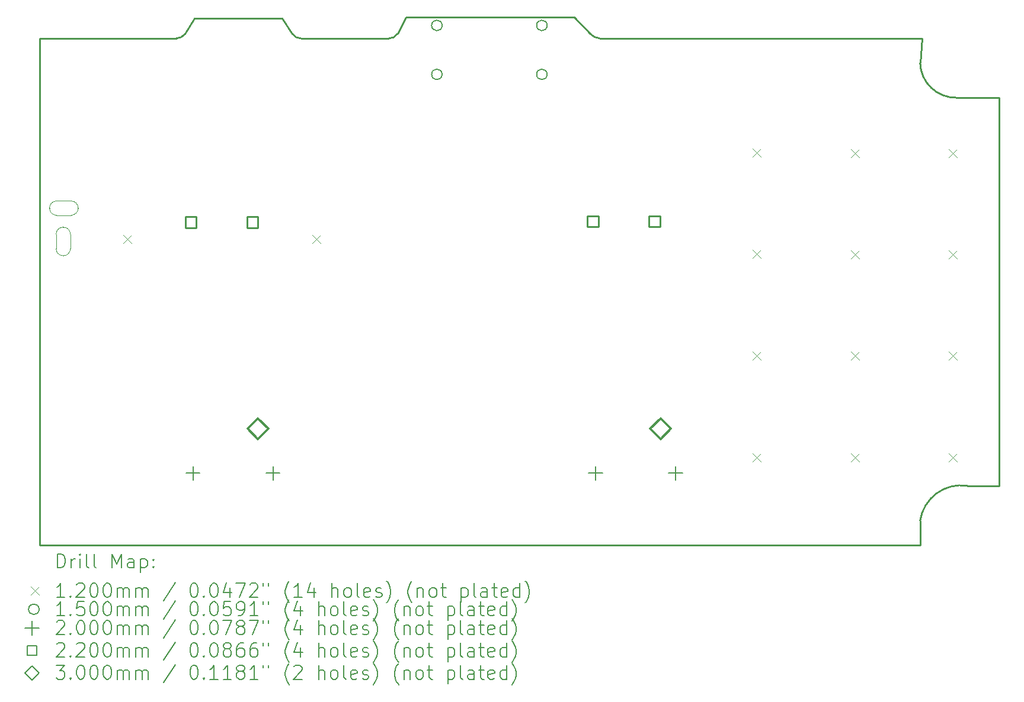
<source format=gbr>
%TF.GenerationSoftware,KiCad,Pcbnew,8.0.1*%
%TF.CreationDate,2024-04-29T13:46:07+02:00*%
%TF.ProjectId,spider2,73706964-6572-4322-9e6b-696361645f70,rev?*%
%TF.SameCoordinates,Original*%
%TF.FileFunction,Drillmap*%
%TF.FilePolarity,Positive*%
%FSLAX45Y45*%
G04 Gerber Fmt 4.5, Leading zero omitted, Abs format (unit mm)*
G04 Created by KiCad (PCBNEW 8.0.1) date 2024-04-29 13:46:07*
%MOMM*%
%LPD*%
G01*
G04 APERTURE LIST*
%ADD10C,0.254000*%
%ADD11C,0.100000*%
%ADD12C,0.200000*%
%ADD13C,0.120000*%
%ADD14C,0.150000*%
%ADD15C,0.220000*%
%ADD16C,0.300000*%
G04 APERTURE END LIST*
D10*
X18873422Y-2994112D02*
X18990000Y-2760000D01*
X26864460Y-3909160D02*
G75*
G02*
X26339460Y-3409160I-12500J512500D01*
G01*
X17227500Y-2776160D02*
X17369000Y-2994000D01*
X18873422Y-2994112D02*
G75*
G02*
X18747000Y-3061000I-119002J72002D01*
G01*
X17495422Y-3060888D02*
X18747000Y-3061000D01*
X26339460Y-10309160D02*
X26339460Y-9959160D01*
D11*
X14309289Y-5485711D02*
X14309289Y-5490000D01*
X14309289Y-5490000D02*
G75*
G02*
X14209289Y-5589999I-99999J0D01*
G01*
D10*
X27014460Y-9459160D02*
X27464460Y-9459160D01*
X15838954Y-2992061D02*
G75*
G02*
X15712533Y-3058952I-119004J72001D01*
G01*
D11*
X13900711Y-5485711D02*
X13900711Y-5490000D01*
D10*
X15838954Y-2992061D02*
X15967500Y-2776160D01*
D11*
X14000711Y-5590000D02*
G75*
G02*
X13900710Y-5490000I-1J100000D01*
G01*
D10*
X13764460Y-10309160D02*
X26339460Y-10309160D01*
X27464460Y-9459160D02*
X27464460Y-3909160D01*
D11*
X13900711Y-5485711D02*
G75*
G02*
X14000711Y-5385711I99999J1D01*
G01*
D10*
X21757980Y-3058410D02*
G75*
G02*
X21629304Y-2995972I2610J169190D01*
G01*
D11*
X13995000Y-5860711D02*
G75*
G02*
X14095000Y-5760710I100000J1D01*
G01*
D10*
X13764460Y-3059160D02*
X15712533Y-3058949D01*
D11*
X13995000Y-6069289D02*
X13995000Y-5860711D01*
X14095000Y-6169289D02*
G75*
G02*
X13995000Y-6069289I0J100000D01*
G01*
D10*
X17495422Y-3060888D02*
G75*
G02*
X17369000Y-2994000I-7422J138888D01*
G01*
X26339460Y-9959160D02*
G75*
G02*
X27014460Y-9459160I587500J-87500D01*
G01*
D11*
X14099289Y-5760711D02*
X14095000Y-5760711D01*
D10*
X21757980Y-3058410D02*
X26364460Y-3059160D01*
X15967500Y-2776160D02*
X17227500Y-2776160D01*
X13764460Y-3059160D02*
X13764460Y-10309160D01*
X18990000Y-2760000D02*
X21397500Y-2760000D01*
X26364460Y-3059160D02*
X26339460Y-3409160D01*
D11*
X14199289Y-6069289D02*
X14199289Y-5860711D01*
X14199289Y-6069289D02*
G75*
G02*
X14099289Y-6169289I-99999J-1D01*
G01*
X14209289Y-5590000D02*
X14000711Y-5590000D01*
X14099289Y-6169289D02*
X14095000Y-6169289D01*
X14209289Y-5385711D02*
X14000711Y-5385711D01*
X14209289Y-5385711D02*
G75*
G02*
X14309289Y-5485711I1J-99999D01*
G01*
D10*
X26864460Y-3909160D02*
X27464460Y-3909160D01*
D11*
X14099289Y-5760711D02*
G75*
G02*
X14199289Y-5860711I1J-99999D01*
G01*
D10*
X21397500Y-2760000D02*
X21629301Y-2995975D01*
D12*
D13*
X14954448Y-5869596D02*
X15074448Y-5989596D01*
X15074448Y-5869596D02*
X14954448Y-5989596D01*
X17655334Y-5869450D02*
X17775334Y-5989450D01*
X17775334Y-5869450D02*
X17655334Y-5989450D01*
X23947839Y-8992625D02*
X24067839Y-9112625D01*
X24067839Y-8992625D02*
X23947839Y-9112625D01*
X23947928Y-4632625D02*
X24067928Y-4752625D01*
X24067928Y-4632625D02*
X23947928Y-4752625D01*
X23947928Y-6085959D02*
X24067928Y-6205959D01*
X24067928Y-6085959D02*
X23947928Y-6205959D01*
X23947928Y-7539292D02*
X24067928Y-7659292D01*
X24067928Y-7539292D02*
X23947928Y-7659292D01*
X25347839Y-8992625D02*
X25467839Y-9112625D01*
X25467839Y-8992625D02*
X25347839Y-9112625D01*
X25347928Y-4642625D02*
X25467928Y-4762625D01*
X25467928Y-4642625D02*
X25347928Y-4762625D01*
X25347928Y-6092625D02*
X25467928Y-6212625D01*
X25467928Y-6092625D02*
X25347928Y-6212625D01*
X25347928Y-7542625D02*
X25467928Y-7662625D01*
X25467928Y-7542625D02*
X25347928Y-7662625D01*
X26747928Y-4642625D02*
X26867928Y-4762625D01*
X26867928Y-4642625D02*
X26747928Y-4762625D01*
X26747928Y-6092625D02*
X26867928Y-6212625D01*
X26867928Y-6092625D02*
X26747928Y-6212625D01*
X26747928Y-7542625D02*
X26867928Y-7662625D01*
X26867928Y-7542625D02*
X26747928Y-7662625D01*
X26747928Y-8992625D02*
X26867928Y-9112625D01*
X26867928Y-8992625D02*
X26747928Y-9112625D01*
D14*
X19510000Y-2875000D02*
G75*
G02*
X19360000Y-2875000I-75000J0D01*
G01*
X19360000Y-2875000D02*
G75*
G02*
X19510000Y-2875000I75000J0D01*
G01*
X19510000Y-3575000D02*
G75*
G02*
X19360000Y-3575000I-75000J0D01*
G01*
X19360000Y-3575000D02*
G75*
G02*
X19510000Y-3575000I75000J0D01*
G01*
X21010000Y-2875000D02*
G75*
G02*
X20860000Y-2875000I-75000J0D01*
G01*
X20860000Y-2875000D02*
G75*
G02*
X21010000Y-2875000I75000J0D01*
G01*
X21010000Y-3575000D02*
G75*
G02*
X20860000Y-3575000I-75000J0D01*
G01*
X20860000Y-3575000D02*
G75*
G02*
X21010000Y-3575000I75000J0D01*
G01*
D12*
X15950000Y-9180000D02*
X15950000Y-9380000D01*
X15850000Y-9280000D02*
X16050000Y-9280000D01*
X17093000Y-9180000D02*
X17093000Y-9380000D01*
X16993000Y-9280000D02*
X17193000Y-9280000D01*
X21700000Y-9180000D02*
X21700000Y-9380000D01*
X21600000Y-9280000D02*
X21800000Y-9280000D01*
X22843000Y-9180000D02*
X22843000Y-9380000D01*
X22743000Y-9280000D02*
X22943000Y-9280000D01*
D15*
X15997782Y-5767782D02*
X15997782Y-5612217D01*
X15842217Y-5612217D01*
X15842217Y-5767782D01*
X15997782Y-5767782D01*
X16877783Y-5767782D02*
X16877783Y-5612217D01*
X16722217Y-5612217D01*
X16722217Y-5767782D01*
X16877783Y-5767782D01*
X21742783Y-5757782D02*
X21742783Y-5602217D01*
X21587218Y-5602217D01*
X21587218Y-5757782D01*
X21742783Y-5757782D01*
X22622782Y-5757782D02*
X22622782Y-5602217D01*
X22467217Y-5602217D01*
X22467217Y-5757782D01*
X22622782Y-5757782D01*
D16*
X16880000Y-8795000D02*
X17030000Y-8645000D01*
X16880000Y-8495000D01*
X16730000Y-8645000D01*
X16880000Y-8795000D01*
X22630000Y-8795000D02*
X22780000Y-8645000D01*
X22630000Y-8495000D01*
X22480000Y-8645000D01*
X22630000Y-8795000D01*
D12*
X14012537Y-10633344D02*
X14012537Y-10433344D01*
X14012537Y-10433344D02*
X14060156Y-10433344D01*
X14060156Y-10433344D02*
X14088727Y-10442868D01*
X14088727Y-10442868D02*
X14107775Y-10461915D01*
X14107775Y-10461915D02*
X14117299Y-10480963D01*
X14117299Y-10480963D02*
X14126822Y-10519058D01*
X14126822Y-10519058D02*
X14126822Y-10547630D01*
X14126822Y-10547630D02*
X14117299Y-10585725D01*
X14117299Y-10585725D02*
X14107775Y-10604772D01*
X14107775Y-10604772D02*
X14088727Y-10623820D01*
X14088727Y-10623820D02*
X14060156Y-10633344D01*
X14060156Y-10633344D02*
X14012537Y-10633344D01*
X14212537Y-10633344D02*
X14212537Y-10500010D01*
X14212537Y-10538106D02*
X14222061Y-10519058D01*
X14222061Y-10519058D02*
X14231584Y-10509534D01*
X14231584Y-10509534D02*
X14250632Y-10500010D01*
X14250632Y-10500010D02*
X14269680Y-10500010D01*
X14336346Y-10633344D02*
X14336346Y-10500010D01*
X14336346Y-10433344D02*
X14326822Y-10442868D01*
X14326822Y-10442868D02*
X14336346Y-10452391D01*
X14336346Y-10452391D02*
X14345870Y-10442868D01*
X14345870Y-10442868D02*
X14336346Y-10433344D01*
X14336346Y-10433344D02*
X14336346Y-10452391D01*
X14460156Y-10633344D02*
X14441108Y-10623820D01*
X14441108Y-10623820D02*
X14431584Y-10604772D01*
X14431584Y-10604772D02*
X14431584Y-10433344D01*
X14564918Y-10633344D02*
X14545870Y-10623820D01*
X14545870Y-10623820D02*
X14536346Y-10604772D01*
X14536346Y-10604772D02*
X14536346Y-10433344D01*
X14793489Y-10633344D02*
X14793489Y-10433344D01*
X14793489Y-10433344D02*
X14860156Y-10576201D01*
X14860156Y-10576201D02*
X14926822Y-10433344D01*
X14926822Y-10433344D02*
X14926822Y-10633344D01*
X15107775Y-10633344D02*
X15107775Y-10528582D01*
X15107775Y-10528582D02*
X15098251Y-10509534D01*
X15098251Y-10509534D02*
X15079203Y-10500010D01*
X15079203Y-10500010D02*
X15041108Y-10500010D01*
X15041108Y-10500010D02*
X15022061Y-10509534D01*
X15107775Y-10623820D02*
X15088727Y-10633344D01*
X15088727Y-10633344D02*
X15041108Y-10633344D01*
X15041108Y-10633344D02*
X15022061Y-10623820D01*
X15022061Y-10623820D02*
X15012537Y-10604772D01*
X15012537Y-10604772D02*
X15012537Y-10585725D01*
X15012537Y-10585725D02*
X15022061Y-10566677D01*
X15022061Y-10566677D02*
X15041108Y-10557153D01*
X15041108Y-10557153D02*
X15088727Y-10557153D01*
X15088727Y-10557153D02*
X15107775Y-10547630D01*
X15203013Y-10500010D02*
X15203013Y-10700010D01*
X15203013Y-10509534D02*
X15222061Y-10500010D01*
X15222061Y-10500010D02*
X15260156Y-10500010D01*
X15260156Y-10500010D02*
X15279203Y-10509534D01*
X15279203Y-10509534D02*
X15288727Y-10519058D01*
X15288727Y-10519058D02*
X15298251Y-10538106D01*
X15298251Y-10538106D02*
X15298251Y-10595249D01*
X15298251Y-10595249D02*
X15288727Y-10614296D01*
X15288727Y-10614296D02*
X15279203Y-10623820D01*
X15279203Y-10623820D02*
X15260156Y-10633344D01*
X15260156Y-10633344D02*
X15222061Y-10633344D01*
X15222061Y-10633344D02*
X15203013Y-10623820D01*
X15383965Y-10614296D02*
X15393489Y-10623820D01*
X15393489Y-10623820D02*
X15383965Y-10633344D01*
X15383965Y-10633344D02*
X15374442Y-10623820D01*
X15374442Y-10623820D02*
X15383965Y-10614296D01*
X15383965Y-10614296D02*
X15383965Y-10633344D01*
X15383965Y-10509534D02*
X15393489Y-10519058D01*
X15393489Y-10519058D02*
X15383965Y-10528582D01*
X15383965Y-10528582D02*
X15374442Y-10519058D01*
X15374442Y-10519058D02*
X15383965Y-10509534D01*
X15383965Y-10509534D02*
X15383965Y-10528582D01*
D13*
X13631760Y-10901860D02*
X13751760Y-11021860D01*
X13751760Y-10901860D02*
X13631760Y-11021860D01*
D12*
X14117299Y-11053344D02*
X14003013Y-11053344D01*
X14060156Y-11053344D02*
X14060156Y-10853344D01*
X14060156Y-10853344D02*
X14041108Y-10881915D01*
X14041108Y-10881915D02*
X14022061Y-10900963D01*
X14022061Y-10900963D02*
X14003013Y-10910487D01*
X14203013Y-11034296D02*
X14212537Y-11043820D01*
X14212537Y-11043820D02*
X14203013Y-11053344D01*
X14203013Y-11053344D02*
X14193489Y-11043820D01*
X14193489Y-11043820D02*
X14203013Y-11034296D01*
X14203013Y-11034296D02*
X14203013Y-11053344D01*
X14288727Y-10872391D02*
X14298251Y-10862868D01*
X14298251Y-10862868D02*
X14317299Y-10853344D01*
X14317299Y-10853344D02*
X14364918Y-10853344D01*
X14364918Y-10853344D02*
X14383965Y-10862868D01*
X14383965Y-10862868D02*
X14393489Y-10872391D01*
X14393489Y-10872391D02*
X14403013Y-10891439D01*
X14403013Y-10891439D02*
X14403013Y-10910487D01*
X14403013Y-10910487D02*
X14393489Y-10939058D01*
X14393489Y-10939058D02*
X14279203Y-11053344D01*
X14279203Y-11053344D02*
X14403013Y-11053344D01*
X14526822Y-10853344D02*
X14545870Y-10853344D01*
X14545870Y-10853344D02*
X14564918Y-10862868D01*
X14564918Y-10862868D02*
X14574442Y-10872391D01*
X14574442Y-10872391D02*
X14583965Y-10891439D01*
X14583965Y-10891439D02*
X14593489Y-10929534D01*
X14593489Y-10929534D02*
X14593489Y-10977153D01*
X14593489Y-10977153D02*
X14583965Y-11015249D01*
X14583965Y-11015249D02*
X14574442Y-11034296D01*
X14574442Y-11034296D02*
X14564918Y-11043820D01*
X14564918Y-11043820D02*
X14545870Y-11053344D01*
X14545870Y-11053344D02*
X14526822Y-11053344D01*
X14526822Y-11053344D02*
X14507775Y-11043820D01*
X14507775Y-11043820D02*
X14498251Y-11034296D01*
X14498251Y-11034296D02*
X14488727Y-11015249D01*
X14488727Y-11015249D02*
X14479203Y-10977153D01*
X14479203Y-10977153D02*
X14479203Y-10929534D01*
X14479203Y-10929534D02*
X14488727Y-10891439D01*
X14488727Y-10891439D02*
X14498251Y-10872391D01*
X14498251Y-10872391D02*
X14507775Y-10862868D01*
X14507775Y-10862868D02*
X14526822Y-10853344D01*
X14717299Y-10853344D02*
X14736346Y-10853344D01*
X14736346Y-10853344D02*
X14755394Y-10862868D01*
X14755394Y-10862868D02*
X14764918Y-10872391D01*
X14764918Y-10872391D02*
X14774442Y-10891439D01*
X14774442Y-10891439D02*
X14783965Y-10929534D01*
X14783965Y-10929534D02*
X14783965Y-10977153D01*
X14783965Y-10977153D02*
X14774442Y-11015249D01*
X14774442Y-11015249D02*
X14764918Y-11034296D01*
X14764918Y-11034296D02*
X14755394Y-11043820D01*
X14755394Y-11043820D02*
X14736346Y-11053344D01*
X14736346Y-11053344D02*
X14717299Y-11053344D01*
X14717299Y-11053344D02*
X14698251Y-11043820D01*
X14698251Y-11043820D02*
X14688727Y-11034296D01*
X14688727Y-11034296D02*
X14679203Y-11015249D01*
X14679203Y-11015249D02*
X14669680Y-10977153D01*
X14669680Y-10977153D02*
X14669680Y-10929534D01*
X14669680Y-10929534D02*
X14679203Y-10891439D01*
X14679203Y-10891439D02*
X14688727Y-10872391D01*
X14688727Y-10872391D02*
X14698251Y-10862868D01*
X14698251Y-10862868D02*
X14717299Y-10853344D01*
X14869680Y-11053344D02*
X14869680Y-10920010D01*
X14869680Y-10939058D02*
X14879203Y-10929534D01*
X14879203Y-10929534D02*
X14898251Y-10920010D01*
X14898251Y-10920010D02*
X14926823Y-10920010D01*
X14926823Y-10920010D02*
X14945870Y-10929534D01*
X14945870Y-10929534D02*
X14955394Y-10948582D01*
X14955394Y-10948582D02*
X14955394Y-11053344D01*
X14955394Y-10948582D02*
X14964918Y-10929534D01*
X14964918Y-10929534D02*
X14983965Y-10920010D01*
X14983965Y-10920010D02*
X15012537Y-10920010D01*
X15012537Y-10920010D02*
X15031584Y-10929534D01*
X15031584Y-10929534D02*
X15041108Y-10948582D01*
X15041108Y-10948582D02*
X15041108Y-11053344D01*
X15136346Y-11053344D02*
X15136346Y-10920010D01*
X15136346Y-10939058D02*
X15145870Y-10929534D01*
X15145870Y-10929534D02*
X15164918Y-10920010D01*
X15164918Y-10920010D02*
X15193489Y-10920010D01*
X15193489Y-10920010D02*
X15212537Y-10929534D01*
X15212537Y-10929534D02*
X15222061Y-10948582D01*
X15222061Y-10948582D02*
X15222061Y-11053344D01*
X15222061Y-10948582D02*
X15231584Y-10929534D01*
X15231584Y-10929534D02*
X15250632Y-10920010D01*
X15250632Y-10920010D02*
X15279203Y-10920010D01*
X15279203Y-10920010D02*
X15298251Y-10929534D01*
X15298251Y-10929534D02*
X15307775Y-10948582D01*
X15307775Y-10948582D02*
X15307775Y-11053344D01*
X15698251Y-10843820D02*
X15526823Y-11100963D01*
X15955394Y-10853344D02*
X15974442Y-10853344D01*
X15974442Y-10853344D02*
X15993489Y-10862868D01*
X15993489Y-10862868D02*
X16003013Y-10872391D01*
X16003013Y-10872391D02*
X16012537Y-10891439D01*
X16012537Y-10891439D02*
X16022061Y-10929534D01*
X16022061Y-10929534D02*
X16022061Y-10977153D01*
X16022061Y-10977153D02*
X16012537Y-11015249D01*
X16012537Y-11015249D02*
X16003013Y-11034296D01*
X16003013Y-11034296D02*
X15993489Y-11043820D01*
X15993489Y-11043820D02*
X15974442Y-11053344D01*
X15974442Y-11053344D02*
X15955394Y-11053344D01*
X15955394Y-11053344D02*
X15936346Y-11043820D01*
X15936346Y-11043820D02*
X15926823Y-11034296D01*
X15926823Y-11034296D02*
X15917299Y-11015249D01*
X15917299Y-11015249D02*
X15907775Y-10977153D01*
X15907775Y-10977153D02*
X15907775Y-10929534D01*
X15907775Y-10929534D02*
X15917299Y-10891439D01*
X15917299Y-10891439D02*
X15926823Y-10872391D01*
X15926823Y-10872391D02*
X15936346Y-10862868D01*
X15936346Y-10862868D02*
X15955394Y-10853344D01*
X16107775Y-11034296D02*
X16117299Y-11043820D01*
X16117299Y-11043820D02*
X16107775Y-11053344D01*
X16107775Y-11053344D02*
X16098251Y-11043820D01*
X16098251Y-11043820D02*
X16107775Y-11034296D01*
X16107775Y-11034296D02*
X16107775Y-11053344D01*
X16241108Y-10853344D02*
X16260156Y-10853344D01*
X16260156Y-10853344D02*
X16279204Y-10862868D01*
X16279204Y-10862868D02*
X16288727Y-10872391D01*
X16288727Y-10872391D02*
X16298251Y-10891439D01*
X16298251Y-10891439D02*
X16307775Y-10929534D01*
X16307775Y-10929534D02*
X16307775Y-10977153D01*
X16307775Y-10977153D02*
X16298251Y-11015249D01*
X16298251Y-11015249D02*
X16288727Y-11034296D01*
X16288727Y-11034296D02*
X16279204Y-11043820D01*
X16279204Y-11043820D02*
X16260156Y-11053344D01*
X16260156Y-11053344D02*
X16241108Y-11053344D01*
X16241108Y-11053344D02*
X16222061Y-11043820D01*
X16222061Y-11043820D02*
X16212537Y-11034296D01*
X16212537Y-11034296D02*
X16203013Y-11015249D01*
X16203013Y-11015249D02*
X16193489Y-10977153D01*
X16193489Y-10977153D02*
X16193489Y-10929534D01*
X16193489Y-10929534D02*
X16203013Y-10891439D01*
X16203013Y-10891439D02*
X16212537Y-10872391D01*
X16212537Y-10872391D02*
X16222061Y-10862868D01*
X16222061Y-10862868D02*
X16241108Y-10853344D01*
X16479204Y-10920010D02*
X16479204Y-11053344D01*
X16431585Y-10843820D02*
X16383966Y-10986677D01*
X16383966Y-10986677D02*
X16507775Y-10986677D01*
X16564918Y-10853344D02*
X16698251Y-10853344D01*
X16698251Y-10853344D02*
X16612537Y-11053344D01*
X16764918Y-10872391D02*
X16774442Y-10862868D01*
X16774442Y-10862868D02*
X16793489Y-10853344D01*
X16793489Y-10853344D02*
X16841109Y-10853344D01*
X16841109Y-10853344D02*
X16860156Y-10862868D01*
X16860156Y-10862868D02*
X16869680Y-10872391D01*
X16869680Y-10872391D02*
X16879204Y-10891439D01*
X16879204Y-10891439D02*
X16879204Y-10910487D01*
X16879204Y-10910487D02*
X16869680Y-10939058D01*
X16869680Y-10939058D02*
X16755394Y-11053344D01*
X16755394Y-11053344D02*
X16879204Y-11053344D01*
X16955394Y-10853344D02*
X16955394Y-10891439D01*
X17031585Y-10853344D02*
X17031585Y-10891439D01*
X17326823Y-11129534D02*
X17317299Y-11120010D01*
X17317299Y-11120010D02*
X17298251Y-11091439D01*
X17298251Y-11091439D02*
X17288728Y-11072391D01*
X17288728Y-11072391D02*
X17279204Y-11043820D01*
X17279204Y-11043820D02*
X17269680Y-10996201D01*
X17269680Y-10996201D02*
X17269680Y-10958106D01*
X17269680Y-10958106D02*
X17279204Y-10910487D01*
X17279204Y-10910487D02*
X17288728Y-10881915D01*
X17288728Y-10881915D02*
X17298251Y-10862868D01*
X17298251Y-10862868D02*
X17317299Y-10834296D01*
X17317299Y-10834296D02*
X17326823Y-10824772D01*
X17507775Y-11053344D02*
X17393490Y-11053344D01*
X17450632Y-11053344D02*
X17450632Y-10853344D01*
X17450632Y-10853344D02*
X17431585Y-10881915D01*
X17431585Y-10881915D02*
X17412537Y-10900963D01*
X17412537Y-10900963D02*
X17393490Y-10910487D01*
X17679204Y-10920010D02*
X17679204Y-11053344D01*
X17631585Y-10843820D02*
X17583966Y-10986677D01*
X17583966Y-10986677D02*
X17707775Y-10986677D01*
X17936347Y-11053344D02*
X17936347Y-10853344D01*
X18022061Y-11053344D02*
X18022061Y-10948582D01*
X18022061Y-10948582D02*
X18012537Y-10929534D01*
X18012537Y-10929534D02*
X17993490Y-10920010D01*
X17993490Y-10920010D02*
X17964918Y-10920010D01*
X17964918Y-10920010D02*
X17945871Y-10929534D01*
X17945871Y-10929534D02*
X17936347Y-10939058D01*
X18145871Y-11053344D02*
X18126823Y-11043820D01*
X18126823Y-11043820D02*
X18117299Y-11034296D01*
X18117299Y-11034296D02*
X18107775Y-11015249D01*
X18107775Y-11015249D02*
X18107775Y-10958106D01*
X18107775Y-10958106D02*
X18117299Y-10939058D01*
X18117299Y-10939058D02*
X18126823Y-10929534D01*
X18126823Y-10929534D02*
X18145871Y-10920010D01*
X18145871Y-10920010D02*
X18174442Y-10920010D01*
X18174442Y-10920010D02*
X18193490Y-10929534D01*
X18193490Y-10929534D02*
X18203013Y-10939058D01*
X18203013Y-10939058D02*
X18212537Y-10958106D01*
X18212537Y-10958106D02*
X18212537Y-11015249D01*
X18212537Y-11015249D02*
X18203013Y-11034296D01*
X18203013Y-11034296D02*
X18193490Y-11043820D01*
X18193490Y-11043820D02*
X18174442Y-11053344D01*
X18174442Y-11053344D02*
X18145871Y-11053344D01*
X18326823Y-11053344D02*
X18307775Y-11043820D01*
X18307775Y-11043820D02*
X18298252Y-11024772D01*
X18298252Y-11024772D02*
X18298252Y-10853344D01*
X18479204Y-11043820D02*
X18460156Y-11053344D01*
X18460156Y-11053344D02*
X18422061Y-11053344D01*
X18422061Y-11053344D02*
X18403013Y-11043820D01*
X18403013Y-11043820D02*
X18393490Y-11024772D01*
X18393490Y-11024772D02*
X18393490Y-10948582D01*
X18393490Y-10948582D02*
X18403013Y-10929534D01*
X18403013Y-10929534D02*
X18422061Y-10920010D01*
X18422061Y-10920010D02*
X18460156Y-10920010D01*
X18460156Y-10920010D02*
X18479204Y-10929534D01*
X18479204Y-10929534D02*
X18488728Y-10948582D01*
X18488728Y-10948582D02*
X18488728Y-10967630D01*
X18488728Y-10967630D02*
X18393490Y-10986677D01*
X18564918Y-11043820D02*
X18583966Y-11053344D01*
X18583966Y-11053344D02*
X18622061Y-11053344D01*
X18622061Y-11053344D02*
X18641109Y-11043820D01*
X18641109Y-11043820D02*
X18650633Y-11024772D01*
X18650633Y-11024772D02*
X18650633Y-11015249D01*
X18650633Y-11015249D02*
X18641109Y-10996201D01*
X18641109Y-10996201D02*
X18622061Y-10986677D01*
X18622061Y-10986677D02*
X18593490Y-10986677D01*
X18593490Y-10986677D02*
X18574442Y-10977153D01*
X18574442Y-10977153D02*
X18564918Y-10958106D01*
X18564918Y-10958106D02*
X18564918Y-10948582D01*
X18564918Y-10948582D02*
X18574442Y-10929534D01*
X18574442Y-10929534D02*
X18593490Y-10920010D01*
X18593490Y-10920010D02*
X18622061Y-10920010D01*
X18622061Y-10920010D02*
X18641109Y-10929534D01*
X18717299Y-11129534D02*
X18726823Y-11120010D01*
X18726823Y-11120010D02*
X18745871Y-11091439D01*
X18745871Y-11091439D02*
X18755394Y-11072391D01*
X18755394Y-11072391D02*
X18764918Y-11043820D01*
X18764918Y-11043820D02*
X18774442Y-10996201D01*
X18774442Y-10996201D02*
X18774442Y-10958106D01*
X18774442Y-10958106D02*
X18764918Y-10910487D01*
X18764918Y-10910487D02*
X18755394Y-10881915D01*
X18755394Y-10881915D02*
X18745871Y-10862868D01*
X18745871Y-10862868D02*
X18726823Y-10834296D01*
X18726823Y-10834296D02*
X18717299Y-10824772D01*
X19079204Y-11129534D02*
X19069680Y-11120010D01*
X19069680Y-11120010D02*
X19050633Y-11091439D01*
X19050633Y-11091439D02*
X19041109Y-11072391D01*
X19041109Y-11072391D02*
X19031585Y-11043820D01*
X19031585Y-11043820D02*
X19022061Y-10996201D01*
X19022061Y-10996201D02*
X19022061Y-10958106D01*
X19022061Y-10958106D02*
X19031585Y-10910487D01*
X19031585Y-10910487D02*
X19041109Y-10881915D01*
X19041109Y-10881915D02*
X19050633Y-10862868D01*
X19050633Y-10862868D02*
X19069680Y-10834296D01*
X19069680Y-10834296D02*
X19079204Y-10824772D01*
X19155394Y-10920010D02*
X19155394Y-11053344D01*
X19155394Y-10939058D02*
X19164918Y-10929534D01*
X19164918Y-10929534D02*
X19183966Y-10920010D01*
X19183966Y-10920010D02*
X19212537Y-10920010D01*
X19212537Y-10920010D02*
X19231585Y-10929534D01*
X19231585Y-10929534D02*
X19241109Y-10948582D01*
X19241109Y-10948582D02*
X19241109Y-11053344D01*
X19364918Y-11053344D02*
X19345871Y-11043820D01*
X19345871Y-11043820D02*
X19336347Y-11034296D01*
X19336347Y-11034296D02*
X19326823Y-11015249D01*
X19326823Y-11015249D02*
X19326823Y-10958106D01*
X19326823Y-10958106D02*
X19336347Y-10939058D01*
X19336347Y-10939058D02*
X19345871Y-10929534D01*
X19345871Y-10929534D02*
X19364918Y-10920010D01*
X19364918Y-10920010D02*
X19393490Y-10920010D01*
X19393490Y-10920010D02*
X19412537Y-10929534D01*
X19412537Y-10929534D02*
X19422061Y-10939058D01*
X19422061Y-10939058D02*
X19431585Y-10958106D01*
X19431585Y-10958106D02*
X19431585Y-11015249D01*
X19431585Y-11015249D02*
X19422061Y-11034296D01*
X19422061Y-11034296D02*
X19412537Y-11043820D01*
X19412537Y-11043820D02*
X19393490Y-11053344D01*
X19393490Y-11053344D02*
X19364918Y-11053344D01*
X19488728Y-10920010D02*
X19564918Y-10920010D01*
X19517299Y-10853344D02*
X19517299Y-11024772D01*
X19517299Y-11024772D02*
X19526823Y-11043820D01*
X19526823Y-11043820D02*
X19545871Y-11053344D01*
X19545871Y-11053344D02*
X19564918Y-11053344D01*
X19783966Y-10920010D02*
X19783966Y-11120010D01*
X19783966Y-10929534D02*
X19803014Y-10920010D01*
X19803014Y-10920010D02*
X19841109Y-10920010D01*
X19841109Y-10920010D02*
X19860156Y-10929534D01*
X19860156Y-10929534D02*
X19869680Y-10939058D01*
X19869680Y-10939058D02*
X19879204Y-10958106D01*
X19879204Y-10958106D02*
X19879204Y-11015249D01*
X19879204Y-11015249D02*
X19869680Y-11034296D01*
X19869680Y-11034296D02*
X19860156Y-11043820D01*
X19860156Y-11043820D02*
X19841109Y-11053344D01*
X19841109Y-11053344D02*
X19803014Y-11053344D01*
X19803014Y-11053344D02*
X19783966Y-11043820D01*
X19993490Y-11053344D02*
X19974442Y-11043820D01*
X19974442Y-11043820D02*
X19964918Y-11024772D01*
X19964918Y-11024772D02*
X19964918Y-10853344D01*
X20155395Y-11053344D02*
X20155395Y-10948582D01*
X20155395Y-10948582D02*
X20145871Y-10929534D01*
X20145871Y-10929534D02*
X20126823Y-10920010D01*
X20126823Y-10920010D02*
X20088728Y-10920010D01*
X20088728Y-10920010D02*
X20069680Y-10929534D01*
X20155395Y-11043820D02*
X20136347Y-11053344D01*
X20136347Y-11053344D02*
X20088728Y-11053344D01*
X20088728Y-11053344D02*
X20069680Y-11043820D01*
X20069680Y-11043820D02*
X20060156Y-11024772D01*
X20060156Y-11024772D02*
X20060156Y-11005725D01*
X20060156Y-11005725D02*
X20069680Y-10986677D01*
X20069680Y-10986677D02*
X20088728Y-10977153D01*
X20088728Y-10977153D02*
X20136347Y-10977153D01*
X20136347Y-10977153D02*
X20155395Y-10967630D01*
X20222061Y-10920010D02*
X20298252Y-10920010D01*
X20250633Y-10853344D02*
X20250633Y-11024772D01*
X20250633Y-11024772D02*
X20260156Y-11043820D01*
X20260156Y-11043820D02*
X20279204Y-11053344D01*
X20279204Y-11053344D02*
X20298252Y-11053344D01*
X20441109Y-11043820D02*
X20422061Y-11053344D01*
X20422061Y-11053344D02*
X20383966Y-11053344D01*
X20383966Y-11053344D02*
X20364918Y-11043820D01*
X20364918Y-11043820D02*
X20355395Y-11024772D01*
X20355395Y-11024772D02*
X20355395Y-10948582D01*
X20355395Y-10948582D02*
X20364918Y-10929534D01*
X20364918Y-10929534D02*
X20383966Y-10920010D01*
X20383966Y-10920010D02*
X20422061Y-10920010D01*
X20422061Y-10920010D02*
X20441109Y-10929534D01*
X20441109Y-10929534D02*
X20450633Y-10948582D01*
X20450633Y-10948582D02*
X20450633Y-10967630D01*
X20450633Y-10967630D02*
X20355395Y-10986677D01*
X20622061Y-11053344D02*
X20622061Y-10853344D01*
X20622061Y-11043820D02*
X20603014Y-11053344D01*
X20603014Y-11053344D02*
X20564918Y-11053344D01*
X20564918Y-11053344D02*
X20545871Y-11043820D01*
X20545871Y-11043820D02*
X20536347Y-11034296D01*
X20536347Y-11034296D02*
X20526823Y-11015249D01*
X20526823Y-11015249D02*
X20526823Y-10958106D01*
X20526823Y-10958106D02*
X20536347Y-10939058D01*
X20536347Y-10939058D02*
X20545871Y-10929534D01*
X20545871Y-10929534D02*
X20564918Y-10920010D01*
X20564918Y-10920010D02*
X20603014Y-10920010D01*
X20603014Y-10920010D02*
X20622061Y-10929534D01*
X20698252Y-11129534D02*
X20707776Y-11120010D01*
X20707776Y-11120010D02*
X20726823Y-11091439D01*
X20726823Y-11091439D02*
X20736347Y-11072391D01*
X20736347Y-11072391D02*
X20745871Y-11043820D01*
X20745871Y-11043820D02*
X20755395Y-10996201D01*
X20755395Y-10996201D02*
X20755395Y-10958106D01*
X20755395Y-10958106D02*
X20745871Y-10910487D01*
X20745871Y-10910487D02*
X20736347Y-10881915D01*
X20736347Y-10881915D02*
X20726823Y-10862868D01*
X20726823Y-10862868D02*
X20707776Y-10834296D01*
X20707776Y-10834296D02*
X20698252Y-10824772D01*
D14*
X13751760Y-11225860D02*
G75*
G02*
X13601760Y-11225860I-75000J0D01*
G01*
X13601760Y-11225860D02*
G75*
G02*
X13751760Y-11225860I75000J0D01*
G01*
D12*
X14117299Y-11317344D02*
X14003013Y-11317344D01*
X14060156Y-11317344D02*
X14060156Y-11117344D01*
X14060156Y-11117344D02*
X14041108Y-11145915D01*
X14041108Y-11145915D02*
X14022061Y-11164963D01*
X14022061Y-11164963D02*
X14003013Y-11174487D01*
X14203013Y-11298296D02*
X14212537Y-11307820D01*
X14212537Y-11307820D02*
X14203013Y-11317344D01*
X14203013Y-11317344D02*
X14193489Y-11307820D01*
X14193489Y-11307820D02*
X14203013Y-11298296D01*
X14203013Y-11298296D02*
X14203013Y-11317344D01*
X14393489Y-11117344D02*
X14298251Y-11117344D01*
X14298251Y-11117344D02*
X14288727Y-11212582D01*
X14288727Y-11212582D02*
X14298251Y-11203058D01*
X14298251Y-11203058D02*
X14317299Y-11193534D01*
X14317299Y-11193534D02*
X14364918Y-11193534D01*
X14364918Y-11193534D02*
X14383965Y-11203058D01*
X14383965Y-11203058D02*
X14393489Y-11212582D01*
X14393489Y-11212582D02*
X14403013Y-11231629D01*
X14403013Y-11231629D02*
X14403013Y-11279248D01*
X14403013Y-11279248D02*
X14393489Y-11298296D01*
X14393489Y-11298296D02*
X14383965Y-11307820D01*
X14383965Y-11307820D02*
X14364918Y-11317344D01*
X14364918Y-11317344D02*
X14317299Y-11317344D01*
X14317299Y-11317344D02*
X14298251Y-11307820D01*
X14298251Y-11307820D02*
X14288727Y-11298296D01*
X14526822Y-11117344D02*
X14545870Y-11117344D01*
X14545870Y-11117344D02*
X14564918Y-11126868D01*
X14564918Y-11126868D02*
X14574442Y-11136391D01*
X14574442Y-11136391D02*
X14583965Y-11155439D01*
X14583965Y-11155439D02*
X14593489Y-11193534D01*
X14593489Y-11193534D02*
X14593489Y-11241153D01*
X14593489Y-11241153D02*
X14583965Y-11279248D01*
X14583965Y-11279248D02*
X14574442Y-11298296D01*
X14574442Y-11298296D02*
X14564918Y-11307820D01*
X14564918Y-11307820D02*
X14545870Y-11317344D01*
X14545870Y-11317344D02*
X14526822Y-11317344D01*
X14526822Y-11317344D02*
X14507775Y-11307820D01*
X14507775Y-11307820D02*
X14498251Y-11298296D01*
X14498251Y-11298296D02*
X14488727Y-11279248D01*
X14488727Y-11279248D02*
X14479203Y-11241153D01*
X14479203Y-11241153D02*
X14479203Y-11193534D01*
X14479203Y-11193534D02*
X14488727Y-11155439D01*
X14488727Y-11155439D02*
X14498251Y-11136391D01*
X14498251Y-11136391D02*
X14507775Y-11126868D01*
X14507775Y-11126868D02*
X14526822Y-11117344D01*
X14717299Y-11117344D02*
X14736346Y-11117344D01*
X14736346Y-11117344D02*
X14755394Y-11126868D01*
X14755394Y-11126868D02*
X14764918Y-11136391D01*
X14764918Y-11136391D02*
X14774442Y-11155439D01*
X14774442Y-11155439D02*
X14783965Y-11193534D01*
X14783965Y-11193534D02*
X14783965Y-11241153D01*
X14783965Y-11241153D02*
X14774442Y-11279248D01*
X14774442Y-11279248D02*
X14764918Y-11298296D01*
X14764918Y-11298296D02*
X14755394Y-11307820D01*
X14755394Y-11307820D02*
X14736346Y-11317344D01*
X14736346Y-11317344D02*
X14717299Y-11317344D01*
X14717299Y-11317344D02*
X14698251Y-11307820D01*
X14698251Y-11307820D02*
X14688727Y-11298296D01*
X14688727Y-11298296D02*
X14679203Y-11279248D01*
X14679203Y-11279248D02*
X14669680Y-11241153D01*
X14669680Y-11241153D02*
X14669680Y-11193534D01*
X14669680Y-11193534D02*
X14679203Y-11155439D01*
X14679203Y-11155439D02*
X14688727Y-11136391D01*
X14688727Y-11136391D02*
X14698251Y-11126868D01*
X14698251Y-11126868D02*
X14717299Y-11117344D01*
X14869680Y-11317344D02*
X14869680Y-11184010D01*
X14869680Y-11203058D02*
X14879203Y-11193534D01*
X14879203Y-11193534D02*
X14898251Y-11184010D01*
X14898251Y-11184010D02*
X14926823Y-11184010D01*
X14926823Y-11184010D02*
X14945870Y-11193534D01*
X14945870Y-11193534D02*
X14955394Y-11212582D01*
X14955394Y-11212582D02*
X14955394Y-11317344D01*
X14955394Y-11212582D02*
X14964918Y-11193534D01*
X14964918Y-11193534D02*
X14983965Y-11184010D01*
X14983965Y-11184010D02*
X15012537Y-11184010D01*
X15012537Y-11184010D02*
X15031584Y-11193534D01*
X15031584Y-11193534D02*
X15041108Y-11212582D01*
X15041108Y-11212582D02*
X15041108Y-11317344D01*
X15136346Y-11317344D02*
X15136346Y-11184010D01*
X15136346Y-11203058D02*
X15145870Y-11193534D01*
X15145870Y-11193534D02*
X15164918Y-11184010D01*
X15164918Y-11184010D02*
X15193489Y-11184010D01*
X15193489Y-11184010D02*
X15212537Y-11193534D01*
X15212537Y-11193534D02*
X15222061Y-11212582D01*
X15222061Y-11212582D02*
X15222061Y-11317344D01*
X15222061Y-11212582D02*
X15231584Y-11193534D01*
X15231584Y-11193534D02*
X15250632Y-11184010D01*
X15250632Y-11184010D02*
X15279203Y-11184010D01*
X15279203Y-11184010D02*
X15298251Y-11193534D01*
X15298251Y-11193534D02*
X15307775Y-11212582D01*
X15307775Y-11212582D02*
X15307775Y-11317344D01*
X15698251Y-11107820D02*
X15526823Y-11364963D01*
X15955394Y-11117344D02*
X15974442Y-11117344D01*
X15974442Y-11117344D02*
X15993489Y-11126868D01*
X15993489Y-11126868D02*
X16003013Y-11136391D01*
X16003013Y-11136391D02*
X16012537Y-11155439D01*
X16012537Y-11155439D02*
X16022061Y-11193534D01*
X16022061Y-11193534D02*
X16022061Y-11241153D01*
X16022061Y-11241153D02*
X16012537Y-11279248D01*
X16012537Y-11279248D02*
X16003013Y-11298296D01*
X16003013Y-11298296D02*
X15993489Y-11307820D01*
X15993489Y-11307820D02*
X15974442Y-11317344D01*
X15974442Y-11317344D02*
X15955394Y-11317344D01*
X15955394Y-11317344D02*
X15936346Y-11307820D01*
X15936346Y-11307820D02*
X15926823Y-11298296D01*
X15926823Y-11298296D02*
X15917299Y-11279248D01*
X15917299Y-11279248D02*
X15907775Y-11241153D01*
X15907775Y-11241153D02*
X15907775Y-11193534D01*
X15907775Y-11193534D02*
X15917299Y-11155439D01*
X15917299Y-11155439D02*
X15926823Y-11136391D01*
X15926823Y-11136391D02*
X15936346Y-11126868D01*
X15936346Y-11126868D02*
X15955394Y-11117344D01*
X16107775Y-11298296D02*
X16117299Y-11307820D01*
X16117299Y-11307820D02*
X16107775Y-11317344D01*
X16107775Y-11317344D02*
X16098251Y-11307820D01*
X16098251Y-11307820D02*
X16107775Y-11298296D01*
X16107775Y-11298296D02*
X16107775Y-11317344D01*
X16241108Y-11117344D02*
X16260156Y-11117344D01*
X16260156Y-11117344D02*
X16279204Y-11126868D01*
X16279204Y-11126868D02*
X16288727Y-11136391D01*
X16288727Y-11136391D02*
X16298251Y-11155439D01*
X16298251Y-11155439D02*
X16307775Y-11193534D01*
X16307775Y-11193534D02*
X16307775Y-11241153D01*
X16307775Y-11241153D02*
X16298251Y-11279248D01*
X16298251Y-11279248D02*
X16288727Y-11298296D01*
X16288727Y-11298296D02*
X16279204Y-11307820D01*
X16279204Y-11307820D02*
X16260156Y-11317344D01*
X16260156Y-11317344D02*
X16241108Y-11317344D01*
X16241108Y-11317344D02*
X16222061Y-11307820D01*
X16222061Y-11307820D02*
X16212537Y-11298296D01*
X16212537Y-11298296D02*
X16203013Y-11279248D01*
X16203013Y-11279248D02*
X16193489Y-11241153D01*
X16193489Y-11241153D02*
X16193489Y-11193534D01*
X16193489Y-11193534D02*
X16203013Y-11155439D01*
X16203013Y-11155439D02*
X16212537Y-11136391D01*
X16212537Y-11136391D02*
X16222061Y-11126868D01*
X16222061Y-11126868D02*
X16241108Y-11117344D01*
X16488727Y-11117344D02*
X16393489Y-11117344D01*
X16393489Y-11117344D02*
X16383966Y-11212582D01*
X16383966Y-11212582D02*
X16393489Y-11203058D01*
X16393489Y-11203058D02*
X16412537Y-11193534D01*
X16412537Y-11193534D02*
X16460156Y-11193534D01*
X16460156Y-11193534D02*
X16479204Y-11203058D01*
X16479204Y-11203058D02*
X16488727Y-11212582D01*
X16488727Y-11212582D02*
X16498251Y-11231629D01*
X16498251Y-11231629D02*
X16498251Y-11279248D01*
X16498251Y-11279248D02*
X16488727Y-11298296D01*
X16488727Y-11298296D02*
X16479204Y-11307820D01*
X16479204Y-11307820D02*
X16460156Y-11317344D01*
X16460156Y-11317344D02*
X16412537Y-11317344D01*
X16412537Y-11317344D02*
X16393489Y-11307820D01*
X16393489Y-11307820D02*
X16383966Y-11298296D01*
X16593489Y-11317344D02*
X16631585Y-11317344D01*
X16631585Y-11317344D02*
X16650632Y-11307820D01*
X16650632Y-11307820D02*
X16660156Y-11298296D01*
X16660156Y-11298296D02*
X16679204Y-11269725D01*
X16679204Y-11269725D02*
X16688727Y-11231629D01*
X16688727Y-11231629D02*
X16688727Y-11155439D01*
X16688727Y-11155439D02*
X16679204Y-11136391D01*
X16679204Y-11136391D02*
X16669680Y-11126868D01*
X16669680Y-11126868D02*
X16650632Y-11117344D01*
X16650632Y-11117344D02*
X16612537Y-11117344D01*
X16612537Y-11117344D02*
X16593489Y-11126868D01*
X16593489Y-11126868D02*
X16583966Y-11136391D01*
X16583966Y-11136391D02*
X16574442Y-11155439D01*
X16574442Y-11155439D02*
X16574442Y-11203058D01*
X16574442Y-11203058D02*
X16583966Y-11222106D01*
X16583966Y-11222106D02*
X16593489Y-11231629D01*
X16593489Y-11231629D02*
X16612537Y-11241153D01*
X16612537Y-11241153D02*
X16650632Y-11241153D01*
X16650632Y-11241153D02*
X16669680Y-11231629D01*
X16669680Y-11231629D02*
X16679204Y-11222106D01*
X16679204Y-11222106D02*
X16688727Y-11203058D01*
X16879204Y-11317344D02*
X16764918Y-11317344D01*
X16822061Y-11317344D02*
X16822061Y-11117344D01*
X16822061Y-11117344D02*
X16803013Y-11145915D01*
X16803013Y-11145915D02*
X16783966Y-11164963D01*
X16783966Y-11164963D02*
X16764918Y-11174487D01*
X16955394Y-11117344D02*
X16955394Y-11155439D01*
X17031585Y-11117344D02*
X17031585Y-11155439D01*
X17326823Y-11393534D02*
X17317299Y-11384010D01*
X17317299Y-11384010D02*
X17298251Y-11355439D01*
X17298251Y-11355439D02*
X17288728Y-11336391D01*
X17288728Y-11336391D02*
X17279204Y-11307820D01*
X17279204Y-11307820D02*
X17269680Y-11260201D01*
X17269680Y-11260201D02*
X17269680Y-11222106D01*
X17269680Y-11222106D02*
X17279204Y-11174487D01*
X17279204Y-11174487D02*
X17288728Y-11145915D01*
X17288728Y-11145915D02*
X17298251Y-11126868D01*
X17298251Y-11126868D02*
X17317299Y-11098296D01*
X17317299Y-11098296D02*
X17326823Y-11088772D01*
X17488728Y-11184010D02*
X17488728Y-11317344D01*
X17441109Y-11107820D02*
X17393490Y-11250677D01*
X17393490Y-11250677D02*
X17517299Y-11250677D01*
X17745871Y-11317344D02*
X17745871Y-11117344D01*
X17831585Y-11317344D02*
X17831585Y-11212582D01*
X17831585Y-11212582D02*
X17822061Y-11193534D01*
X17822061Y-11193534D02*
X17803013Y-11184010D01*
X17803013Y-11184010D02*
X17774442Y-11184010D01*
X17774442Y-11184010D02*
X17755394Y-11193534D01*
X17755394Y-11193534D02*
X17745871Y-11203058D01*
X17955394Y-11317344D02*
X17936347Y-11307820D01*
X17936347Y-11307820D02*
X17926823Y-11298296D01*
X17926823Y-11298296D02*
X17917299Y-11279248D01*
X17917299Y-11279248D02*
X17917299Y-11222106D01*
X17917299Y-11222106D02*
X17926823Y-11203058D01*
X17926823Y-11203058D02*
X17936347Y-11193534D01*
X17936347Y-11193534D02*
X17955394Y-11184010D01*
X17955394Y-11184010D02*
X17983966Y-11184010D01*
X17983966Y-11184010D02*
X18003013Y-11193534D01*
X18003013Y-11193534D02*
X18012537Y-11203058D01*
X18012537Y-11203058D02*
X18022061Y-11222106D01*
X18022061Y-11222106D02*
X18022061Y-11279248D01*
X18022061Y-11279248D02*
X18012537Y-11298296D01*
X18012537Y-11298296D02*
X18003013Y-11307820D01*
X18003013Y-11307820D02*
X17983966Y-11317344D01*
X17983966Y-11317344D02*
X17955394Y-11317344D01*
X18136347Y-11317344D02*
X18117299Y-11307820D01*
X18117299Y-11307820D02*
X18107775Y-11288772D01*
X18107775Y-11288772D02*
X18107775Y-11117344D01*
X18288728Y-11307820D02*
X18269680Y-11317344D01*
X18269680Y-11317344D02*
X18231585Y-11317344D01*
X18231585Y-11317344D02*
X18212537Y-11307820D01*
X18212537Y-11307820D02*
X18203013Y-11288772D01*
X18203013Y-11288772D02*
X18203013Y-11212582D01*
X18203013Y-11212582D02*
X18212537Y-11193534D01*
X18212537Y-11193534D02*
X18231585Y-11184010D01*
X18231585Y-11184010D02*
X18269680Y-11184010D01*
X18269680Y-11184010D02*
X18288728Y-11193534D01*
X18288728Y-11193534D02*
X18298252Y-11212582D01*
X18298252Y-11212582D02*
X18298252Y-11231629D01*
X18298252Y-11231629D02*
X18203013Y-11250677D01*
X18374442Y-11307820D02*
X18393490Y-11317344D01*
X18393490Y-11317344D02*
X18431585Y-11317344D01*
X18431585Y-11317344D02*
X18450633Y-11307820D01*
X18450633Y-11307820D02*
X18460156Y-11288772D01*
X18460156Y-11288772D02*
X18460156Y-11279248D01*
X18460156Y-11279248D02*
X18450633Y-11260201D01*
X18450633Y-11260201D02*
X18431585Y-11250677D01*
X18431585Y-11250677D02*
X18403013Y-11250677D01*
X18403013Y-11250677D02*
X18383966Y-11241153D01*
X18383966Y-11241153D02*
X18374442Y-11222106D01*
X18374442Y-11222106D02*
X18374442Y-11212582D01*
X18374442Y-11212582D02*
X18383966Y-11193534D01*
X18383966Y-11193534D02*
X18403013Y-11184010D01*
X18403013Y-11184010D02*
X18431585Y-11184010D01*
X18431585Y-11184010D02*
X18450633Y-11193534D01*
X18526823Y-11393534D02*
X18536347Y-11384010D01*
X18536347Y-11384010D02*
X18555394Y-11355439D01*
X18555394Y-11355439D02*
X18564918Y-11336391D01*
X18564918Y-11336391D02*
X18574442Y-11307820D01*
X18574442Y-11307820D02*
X18583966Y-11260201D01*
X18583966Y-11260201D02*
X18583966Y-11222106D01*
X18583966Y-11222106D02*
X18574442Y-11174487D01*
X18574442Y-11174487D02*
X18564918Y-11145915D01*
X18564918Y-11145915D02*
X18555394Y-11126868D01*
X18555394Y-11126868D02*
X18536347Y-11098296D01*
X18536347Y-11098296D02*
X18526823Y-11088772D01*
X18888728Y-11393534D02*
X18879204Y-11384010D01*
X18879204Y-11384010D02*
X18860156Y-11355439D01*
X18860156Y-11355439D02*
X18850633Y-11336391D01*
X18850633Y-11336391D02*
X18841109Y-11307820D01*
X18841109Y-11307820D02*
X18831585Y-11260201D01*
X18831585Y-11260201D02*
X18831585Y-11222106D01*
X18831585Y-11222106D02*
X18841109Y-11174487D01*
X18841109Y-11174487D02*
X18850633Y-11145915D01*
X18850633Y-11145915D02*
X18860156Y-11126868D01*
X18860156Y-11126868D02*
X18879204Y-11098296D01*
X18879204Y-11098296D02*
X18888728Y-11088772D01*
X18964918Y-11184010D02*
X18964918Y-11317344D01*
X18964918Y-11203058D02*
X18974442Y-11193534D01*
X18974442Y-11193534D02*
X18993490Y-11184010D01*
X18993490Y-11184010D02*
X19022061Y-11184010D01*
X19022061Y-11184010D02*
X19041109Y-11193534D01*
X19041109Y-11193534D02*
X19050633Y-11212582D01*
X19050633Y-11212582D02*
X19050633Y-11317344D01*
X19174442Y-11317344D02*
X19155394Y-11307820D01*
X19155394Y-11307820D02*
X19145871Y-11298296D01*
X19145871Y-11298296D02*
X19136347Y-11279248D01*
X19136347Y-11279248D02*
X19136347Y-11222106D01*
X19136347Y-11222106D02*
X19145871Y-11203058D01*
X19145871Y-11203058D02*
X19155394Y-11193534D01*
X19155394Y-11193534D02*
X19174442Y-11184010D01*
X19174442Y-11184010D02*
X19203014Y-11184010D01*
X19203014Y-11184010D02*
X19222061Y-11193534D01*
X19222061Y-11193534D02*
X19231585Y-11203058D01*
X19231585Y-11203058D02*
X19241109Y-11222106D01*
X19241109Y-11222106D02*
X19241109Y-11279248D01*
X19241109Y-11279248D02*
X19231585Y-11298296D01*
X19231585Y-11298296D02*
X19222061Y-11307820D01*
X19222061Y-11307820D02*
X19203014Y-11317344D01*
X19203014Y-11317344D02*
X19174442Y-11317344D01*
X19298252Y-11184010D02*
X19374442Y-11184010D01*
X19326823Y-11117344D02*
X19326823Y-11288772D01*
X19326823Y-11288772D02*
X19336347Y-11307820D01*
X19336347Y-11307820D02*
X19355394Y-11317344D01*
X19355394Y-11317344D02*
X19374442Y-11317344D01*
X19593490Y-11184010D02*
X19593490Y-11384010D01*
X19593490Y-11193534D02*
X19612537Y-11184010D01*
X19612537Y-11184010D02*
X19650633Y-11184010D01*
X19650633Y-11184010D02*
X19669680Y-11193534D01*
X19669680Y-11193534D02*
X19679204Y-11203058D01*
X19679204Y-11203058D02*
X19688728Y-11222106D01*
X19688728Y-11222106D02*
X19688728Y-11279248D01*
X19688728Y-11279248D02*
X19679204Y-11298296D01*
X19679204Y-11298296D02*
X19669680Y-11307820D01*
X19669680Y-11307820D02*
X19650633Y-11317344D01*
X19650633Y-11317344D02*
X19612537Y-11317344D01*
X19612537Y-11317344D02*
X19593490Y-11307820D01*
X19803014Y-11317344D02*
X19783966Y-11307820D01*
X19783966Y-11307820D02*
X19774442Y-11288772D01*
X19774442Y-11288772D02*
X19774442Y-11117344D01*
X19964918Y-11317344D02*
X19964918Y-11212582D01*
X19964918Y-11212582D02*
X19955395Y-11193534D01*
X19955395Y-11193534D02*
X19936347Y-11184010D01*
X19936347Y-11184010D02*
X19898252Y-11184010D01*
X19898252Y-11184010D02*
X19879204Y-11193534D01*
X19964918Y-11307820D02*
X19945871Y-11317344D01*
X19945871Y-11317344D02*
X19898252Y-11317344D01*
X19898252Y-11317344D02*
X19879204Y-11307820D01*
X19879204Y-11307820D02*
X19869680Y-11288772D01*
X19869680Y-11288772D02*
X19869680Y-11269725D01*
X19869680Y-11269725D02*
X19879204Y-11250677D01*
X19879204Y-11250677D02*
X19898252Y-11241153D01*
X19898252Y-11241153D02*
X19945871Y-11241153D01*
X19945871Y-11241153D02*
X19964918Y-11231629D01*
X20031585Y-11184010D02*
X20107775Y-11184010D01*
X20060156Y-11117344D02*
X20060156Y-11288772D01*
X20060156Y-11288772D02*
X20069680Y-11307820D01*
X20069680Y-11307820D02*
X20088728Y-11317344D01*
X20088728Y-11317344D02*
X20107775Y-11317344D01*
X20250633Y-11307820D02*
X20231585Y-11317344D01*
X20231585Y-11317344D02*
X20193490Y-11317344D01*
X20193490Y-11317344D02*
X20174442Y-11307820D01*
X20174442Y-11307820D02*
X20164918Y-11288772D01*
X20164918Y-11288772D02*
X20164918Y-11212582D01*
X20164918Y-11212582D02*
X20174442Y-11193534D01*
X20174442Y-11193534D02*
X20193490Y-11184010D01*
X20193490Y-11184010D02*
X20231585Y-11184010D01*
X20231585Y-11184010D02*
X20250633Y-11193534D01*
X20250633Y-11193534D02*
X20260156Y-11212582D01*
X20260156Y-11212582D02*
X20260156Y-11231629D01*
X20260156Y-11231629D02*
X20164918Y-11250677D01*
X20431585Y-11317344D02*
X20431585Y-11117344D01*
X20431585Y-11307820D02*
X20412537Y-11317344D01*
X20412537Y-11317344D02*
X20374442Y-11317344D01*
X20374442Y-11317344D02*
X20355395Y-11307820D01*
X20355395Y-11307820D02*
X20345871Y-11298296D01*
X20345871Y-11298296D02*
X20336347Y-11279248D01*
X20336347Y-11279248D02*
X20336347Y-11222106D01*
X20336347Y-11222106D02*
X20345871Y-11203058D01*
X20345871Y-11203058D02*
X20355395Y-11193534D01*
X20355395Y-11193534D02*
X20374442Y-11184010D01*
X20374442Y-11184010D02*
X20412537Y-11184010D01*
X20412537Y-11184010D02*
X20431585Y-11193534D01*
X20507776Y-11393534D02*
X20517299Y-11384010D01*
X20517299Y-11384010D02*
X20536347Y-11355439D01*
X20536347Y-11355439D02*
X20545871Y-11336391D01*
X20545871Y-11336391D02*
X20555395Y-11307820D01*
X20555395Y-11307820D02*
X20564918Y-11260201D01*
X20564918Y-11260201D02*
X20564918Y-11222106D01*
X20564918Y-11222106D02*
X20555395Y-11174487D01*
X20555395Y-11174487D02*
X20545871Y-11145915D01*
X20545871Y-11145915D02*
X20536347Y-11126868D01*
X20536347Y-11126868D02*
X20517299Y-11098296D01*
X20517299Y-11098296D02*
X20507776Y-11088772D01*
X13651760Y-11395860D02*
X13651760Y-11595860D01*
X13551760Y-11495860D02*
X13751760Y-11495860D01*
X14003013Y-11406391D02*
X14012537Y-11396868D01*
X14012537Y-11396868D02*
X14031584Y-11387344D01*
X14031584Y-11387344D02*
X14079203Y-11387344D01*
X14079203Y-11387344D02*
X14098251Y-11396868D01*
X14098251Y-11396868D02*
X14107775Y-11406391D01*
X14107775Y-11406391D02*
X14117299Y-11425439D01*
X14117299Y-11425439D02*
X14117299Y-11444487D01*
X14117299Y-11444487D02*
X14107775Y-11473058D01*
X14107775Y-11473058D02*
X13993489Y-11587344D01*
X13993489Y-11587344D02*
X14117299Y-11587344D01*
X14203013Y-11568296D02*
X14212537Y-11577820D01*
X14212537Y-11577820D02*
X14203013Y-11587344D01*
X14203013Y-11587344D02*
X14193489Y-11577820D01*
X14193489Y-11577820D02*
X14203013Y-11568296D01*
X14203013Y-11568296D02*
X14203013Y-11587344D01*
X14336346Y-11387344D02*
X14355394Y-11387344D01*
X14355394Y-11387344D02*
X14374442Y-11396868D01*
X14374442Y-11396868D02*
X14383965Y-11406391D01*
X14383965Y-11406391D02*
X14393489Y-11425439D01*
X14393489Y-11425439D02*
X14403013Y-11463534D01*
X14403013Y-11463534D02*
X14403013Y-11511153D01*
X14403013Y-11511153D02*
X14393489Y-11549248D01*
X14393489Y-11549248D02*
X14383965Y-11568296D01*
X14383965Y-11568296D02*
X14374442Y-11577820D01*
X14374442Y-11577820D02*
X14355394Y-11587344D01*
X14355394Y-11587344D02*
X14336346Y-11587344D01*
X14336346Y-11587344D02*
X14317299Y-11577820D01*
X14317299Y-11577820D02*
X14307775Y-11568296D01*
X14307775Y-11568296D02*
X14298251Y-11549248D01*
X14298251Y-11549248D02*
X14288727Y-11511153D01*
X14288727Y-11511153D02*
X14288727Y-11463534D01*
X14288727Y-11463534D02*
X14298251Y-11425439D01*
X14298251Y-11425439D02*
X14307775Y-11406391D01*
X14307775Y-11406391D02*
X14317299Y-11396868D01*
X14317299Y-11396868D02*
X14336346Y-11387344D01*
X14526822Y-11387344D02*
X14545870Y-11387344D01*
X14545870Y-11387344D02*
X14564918Y-11396868D01*
X14564918Y-11396868D02*
X14574442Y-11406391D01*
X14574442Y-11406391D02*
X14583965Y-11425439D01*
X14583965Y-11425439D02*
X14593489Y-11463534D01*
X14593489Y-11463534D02*
X14593489Y-11511153D01*
X14593489Y-11511153D02*
X14583965Y-11549248D01*
X14583965Y-11549248D02*
X14574442Y-11568296D01*
X14574442Y-11568296D02*
X14564918Y-11577820D01*
X14564918Y-11577820D02*
X14545870Y-11587344D01*
X14545870Y-11587344D02*
X14526822Y-11587344D01*
X14526822Y-11587344D02*
X14507775Y-11577820D01*
X14507775Y-11577820D02*
X14498251Y-11568296D01*
X14498251Y-11568296D02*
X14488727Y-11549248D01*
X14488727Y-11549248D02*
X14479203Y-11511153D01*
X14479203Y-11511153D02*
X14479203Y-11463534D01*
X14479203Y-11463534D02*
X14488727Y-11425439D01*
X14488727Y-11425439D02*
X14498251Y-11406391D01*
X14498251Y-11406391D02*
X14507775Y-11396868D01*
X14507775Y-11396868D02*
X14526822Y-11387344D01*
X14717299Y-11387344D02*
X14736346Y-11387344D01*
X14736346Y-11387344D02*
X14755394Y-11396868D01*
X14755394Y-11396868D02*
X14764918Y-11406391D01*
X14764918Y-11406391D02*
X14774442Y-11425439D01*
X14774442Y-11425439D02*
X14783965Y-11463534D01*
X14783965Y-11463534D02*
X14783965Y-11511153D01*
X14783965Y-11511153D02*
X14774442Y-11549248D01*
X14774442Y-11549248D02*
X14764918Y-11568296D01*
X14764918Y-11568296D02*
X14755394Y-11577820D01*
X14755394Y-11577820D02*
X14736346Y-11587344D01*
X14736346Y-11587344D02*
X14717299Y-11587344D01*
X14717299Y-11587344D02*
X14698251Y-11577820D01*
X14698251Y-11577820D02*
X14688727Y-11568296D01*
X14688727Y-11568296D02*
X14679203Y-11549248D01*
X14679203Y-11549248D02*
X14669680Y-11511153D01*
X14669680Y-11511153D02*
X14669680Y-11463534D01*
X14669680Y-11463534D02*
X14679203Y-11425439D01*
X14679203Y-11425439D02*
X14688727Y-11406391D01*
X14688727Y-11406391D02*
X14698251Y-11396868D01*
X14698251Y-11396868D02*
X14717299Y-11387344D01*
X14869680Y-11587344D02*
X14869680Y-11454010D01*
X14869680Y-11473058D02*
X14879203Y-11463534D01*
X14879203Y-11463534D02*
X14898251Y-11454010D01*
X14898251Y-11454010D02*
X14926823Y-11454010D01*
X14926823Y-11454010D02*
X14945870Y-11463534D01*
X14945870Y-11463534D02*
X14955394Y-11482582D01*
X14955394Y-11482582D02*
X14955394Y-11587344D01*
X14955394Y-11482582D02*
X14964918Y-11463534D01*
X14964918Y-11463534D02*
X14983965Y-11454010D01*
X14983965Y-11454010D02*
X15012537Y-11454010D01*
X15012537Y-11454010D02*
X15031584Y-11463534D01*
X15031584Y-11463534D02*
X15041108Y-11482582D01*
X15041108Y-11482582D02*
X15041108Y-11587344D01*
X15136346Y-11587344D02*
X15136346Y-11454010D01*
X15136346Y-11473058D02*
X15145870Y-11463534D01*
X15145870Y-11463534D02*
X15164918Y-11454010D01*
X15164918Y-11454010D02*
X15193489Y-11454010D01*
X15193489Y-11454010D02*
X15212537Y-11463534D01*
X15212537Y-11463534D02*
X15222061Y-11482582D01*
X15222061Y-11482582D02*
X15222061Y-11587344D01*
X15222061Y-11482582D02*
X15231584Y-11463534D01*
X15231584Y-11463534D02*
X15250632Y-11454010D01*
X15250632Y-11454010D02*
X15279203Y-11454010D01*
X15279203Y-11454010D02*
X15298251Y-11463534D01*
X15298251Y-11463534D02*
X15307775Y-11482582D01*
X15307775Y-11482582D02*
X15307775Y-11587344D01*
X15698251Y-11377820D02*
X15526823Y-11634963D01*
X15955394Y-11387344D02*
X15974442Y-11387344D01*
X15974442Y-11387344D02*
X15993489Y-11396868D01*
X15993489Y-11396868D02*
X16003013Y-11406391D01*
X16003013Y-11406391D02*
X16012537Y-11425439D01*
X16012537Y-11425439D02*
X16022061Y-11463534D01*
X16022061Y-11463534D02*
X16022061Y-11511153D01*
X16022061Y-11511153D02*
X16012537Y-11549248D01*
X16012537Y-11549248D02*
X16003013Y-11568296D01*
X16003013Y-11568296D02*
X15993489Y-11577820D01*
X15993489Y-11577820D02*
X15974442Y-11587344D01*
X15974442Y-11587344D02*
X15955394Y-11587344D01*
X15955394Y-11587344D02*
X15936346Y-11577820D01*
X15936346Y-11577820D02*
X15926823Y-11568296D01*
X15926823Y-11568296D02*
X15917299Y-11549248D01*
X15917299Y-11549248D02*
X15907775Y-11511153D01*
X15907775Y-11511153D02*
X15907775Y-11463534D01*
X15907775Y-11463534D02*
X15917299Y-11425439D01*
X15917299Y-11425439D02*
X15926823Y-11406391D01*
X15926823Y-11406391D02*
X15936346Y-11396868D01*
X15936346Y-11396868D02*
X15955394Y-11387344D01*
X16107775Y-11568296D02*
X16117299Y-11577820D01*
X16117299Y-11577820D02*
X16107775Y-11587344D01*
X16107775Y-11587344D02*
X16098251Y-11577820D01*
X16098251Y-11577820D02*
X16107775Y-11568296D01*
X16107775Y-11568296D02*
X16107775Y-11587344D01*
X16241108Y-11387344D02*
X16260156Y-11387344D01*
X16260156Y-11387344D02*
X16279204Y-11396868D01*
X16279204Y-11396868D02*
X16288727Y-11406391D01*
X16288727Y-11406391D02*
X16298251Y-11425439D01*
X16298251Y-11425439D02*
X16307775Y-11463534D01*
X16307775Y-11463534D02*
X16307775Y-11511153D01*
X16307775Y-11511153D02*
X16298251Y-11549248D01*
X16298251Y-11549248D02*
X16288727Y-11568296D01*
X16288727Y-11568296D02*
X16279204Y-11577820D01*
X16279204Y-11577820D02*
X16260156Y-11587344D01*
X16260156Y-11587344D02*
X16241108Y-11587344D01*
X16241108Y-11587344D02*
X16222061Y-11577820D01*
X16222061Y-11577820D02*
X16212537Y-11568296D01*
X16212537Y-11568296D02*
X16203013Y-11549248D01*
X16203013Y-11549248D02*
X16193489Y-11511153D01*
X16193489Y-11511153D02*
X16193489Y-11463534D01*
X16193489Y-11463534D02*
X16203013Y-11425439D01*
X16203013Y-11425439D02*
X16212537Y-11406391D01*
X16212537Y-11406391D02*
X16222061Y-11396868D01*
X16222061Y-11396868D02*
X16241108Y-11387344D01*
X16374442Y-11387344D02*
X16507775Y-11387344D01*
X16507775Y-11387344D02*
X16422061Y-11587344D01*
X16612537Y-11473058D02*
X16593489Y-11463534D01*
X16593489Y-11463534D02*
X16583966Y-11454010D01*
X16583966Y-11454010D02*
X16574442Y-11434963D01*
X16574442Y-11434963D02*
X16574442Y-11425439D01*
X16574442Y-11425439D02*
X16583966Y-11406391D01*
X16583966Y-11406391D02*
X16593489Y-11396868D01*
X16593489Y-11396868D02*
X16612537Y-11387344D01*
X16612537Y-11387344D02*
X16650632Y-11387344D01*
X16650632Y-11387344D02*
X16669680Y-11396868D01*
X16669680Y-11396868D02*
X16679204Y-11406391D01*
X16679204Y-11406391D02*
X16688727Y-11425439D01*
X16688727Y-11425439D02*
X16688727Y-11434963D01*
X16688727Y-11434963D02*
X16679204Y-11454010D01*
X16679204Y-11454010D02*
X16669680Y-11463534D01*
X16669680Y-11463534D02*
X16650632Y-11473058D01*
X16650632Y-11473058D02*
X16612537Y-11473058D01*
X16612537Y-11473058D02*
X16593489Y-11482582D01*
X16593489Y-11482582D02*
X16583966Y-11492106D01*
X16583966Y-11492106D02*
X16574442Y-11511153D01*
X16574442Y-11511153D02*
X16574442Y-11549248D01*
X16574442Y-11549248D02*
X16583966Y-11568296D01*
X16583966Y-11568296D02*
X16593489Y-11577820D01*
X16593489Y-11577820D02*
X16612537Y-11587344D01*
X16612537Y-11587344D02*
X16650632Y-11587344D01*
X16650632Y-11587344D02*
X16669680Y-11577820D01*
X16669680Y-11577820D02*
X16679204Y-11568296D01*
X16679204Y-11568296D02*
X16688727Y-11549248D01*
X16688727Y-11549248D02*
X16688727Y-11511153D01*
X16688727Y-11511153D02*
X16679204Y-11492106D01*
X16679204Y-11492106D02*
X16669680Y-11482582D01*
X16669680Y-11482582D02*
X16650632Y-11473058D01*
X16755394Y-11387344D02*
X16888728Y-11387344D01*
X16888728Y-11387344D02*
X16803013Y-11587344D01*
X16955394Y-11387344D02*
X16955394Y-11425439D01*
X17031585Y-11387344D02*
X17031585Y-11425439D01*
X17326823Y-11663534D02*
X17317299Y-11654010D01*
X17317299Y-11654010D02*
X17298251Y-11625439D01*
X17298251Y-11625439D02*
X17288728Y-11606391D01*
X17288728Y-11606391D02*
X17279204Y-11577820D01*
X17279204Y-11577820D02*
X17269680Y-11530201D01*
X17269680Y-11530201D02*
X17269680Y-11492106D01*
X17269680Y-11492106D02*
X17279204Y-11444487D01*
X17279204Y-11444487D02*
X17288728Y-11415915D01*
X17288728Y-11415915D02*
X17298251Y-11396868D01*
X17298251Y-11396868D02*
X17317299Y-11368296D01*
X17317299Y-11368296D02*
X17326823Y-11358772D01*
X17488728Y-11454010D02*
X17488728Y-11587344D01*
X17441109Y-11377820D02*
X17393490Y-11520677D01*
X17393490Y-11520677D02*
X17517299Y-11520677D01*
X17745871Y-11587344D02*
X17745871Y-11387344D01*
X17831585Y-11587344D02*
X17831585Y-11482582D01*
X17831585Y-11482582D02*
X17822061Y-11463534D01*
X17822061Y-11463534D02*
X17803013Y-11454010D01*
X17803013Y-11454010D02*
X17774442Y-11454010D01*
X17774442Y-11454010D02*
X17755394Y-11463534D01*
X17755394Y-11463534D02*
X17745871Y-11473058D01*
X17955394Y-11587344D02*
X17936347Y-11577820D01*
X17936347Y-11577820D02*
X17926823Y-11568296D01*
X17926823Y-11568296D02*
X17917299Y-11549248D01*
X17917299Y-11549248D02*
X17917299Y-11492106D01*
X17917299Y-11492106D02*
X17926823Y-11473058D01*
X17926823Y-11473058D02*
X17936347Y-11463534D01*
X17936347Y-11463534D02*
X17955394Y-11454010D01*
X17955394Y-11454010D02*
X17983966Y-11454010D01*
X17983966Y-11454010D02*
X18003013Y-11463534D01*
X18003013Y-11463534D02*
X18012537Y-11473058D01*
X18012537Y-11473058D02*
X18022061Y-11492106D01*
X18022061Y-11492106D02*
X18022061Y-11549248D01*
X18022061Y-11549248D02*
X18012537Y-11568296D01*
X18012537Y-11568296D02*
X18003013Y-11577820D01*
X18003013Y-11577820D02*
X17983966Y-11587344D01*
X17983966Y-11587344D02*
X17955394Y-11587344D01*
X18136347Y-11587344D02*
X18117299Y-11577820D01*
X18117299Y-11577820D02*
X18107775Y-11558772D01*
X18107775Y-11558772D02*
X18107775Y-11387344D01*
X18288728Y-11577820D02*
X18269680Y-11587344D01*
X18269680Y-11587344D02*
X18231585Y-11587344D01*
X18231585Y-11587344D02*
X18212537Y-11577820D01*
X18212537Y-11577820D02*
X18203013Y-11558772D01*
X18203013Y-11558772D02*
X18203013Y-11482582D01*
X18203013Y-11482582D02*
X18212537Y-11463534D01*
X18212537Y-11463534D02*
X18231585Y-11454010D01*
X18231585Y-11454010D02*
X18269680Y-11454010D01*
X18269680Y-11454010D02*
X18288728Y-11463534D01*
X18288728Y-11463534D02*
X18298252Y-11482582D01*
X18298252Y-11482582D02*
X18298252Y-11501629D01*
X18298252Y-11501629D02*
X18203013Y-11520677D01*
X18374442Y-11577820D02*
X18393490Y-11587344D01*
X18393490Y-11587344D02*
X18431585Y-11587344D01*
X18431585Y-11587344D02*
X18450633Y-11577820D01*
X18450633Y-11577820D02*
X18460156Y-11558772D01*
X18460156Y-11558772D02*
X18460156Y-11549248D01*
X18460156Y-11549248D02*
X18450633Y-11530201D01*
X18450633Y-11530201D02*
X18431585Y-11520677D01*
X18431585Y-11520677D02*
X18403013Y-11520677D01*
X18403013Y-11520677D02*
X18383966Y-11511153D01*
X18383966Y-11511153D02*
X18374442Y-11492106D01*
X18374442Y-11492106D02*
X18374442Y-11482582D01*
X18374442Y-11482582D02*
X18383966Y-11463534D01*
X18383966Y-11463534D02*
X18403013Y-11454010D01*
X18403013Y-11454010D02*
X18431585Y-11454010D01*
X18431585Y-11454010D02*
X18450633Y-11463534D01*
X18526823Y-11663534D02*
X18536347Y-11654010D01*
X18536347Y-11654010D02*
X18555394Y-11625439D01*
X18555394Y-11625439D02*
X18564918Y-11606391D01*
X18564918Y-11606391D02*
X18574442Y-11577820D01*
X18574442Y-11577820D02*
X18583966Y-11530201D01*
X18583966Y-11530201D02*
X18583966Y-11492106D01*
X18583966Y-11492106D02*
X18574442Y-11444487D01*
X18574442Y-11444487D02*
X18564918Y-11415915D01*
X18564918Y-11415915D02*
X18555394Y-11396868D01*
X18555394Y-11396868D02*
X18536347Y-11368296D01*
X18536347Y-11368296D02*
X18526823Y-11358772D01*
X18888728Y-11663534D02*
X18879204Y-11654010D01*
X18879204Y-11654010D02*
X18860156Y-11625439D01*
X18860156Y-11625439D02*
X18850633Y-11606391D01*
X18850633Y-11606391D02*
X18841109Y-11577820D01*
X18841109Y-11577820D02*
X18831585Y-11530201D01*
X18831585Y-11530201D02*
X18831585Y-11492106D01*
X18831585Y-11492106D02*
X18841109Y-11444487D01*
X18841109Y-11444487D02*
X18850633Y-11415915D01*
X18850633Y-11415915D02*
X18860156Y-11396868D01*
X18860156Y-11396868D02*
X18879204Y-11368296D01*
X18879204Y-11368296D02*
X18888728Y-11358772D01*
X18964918Y-11454010D02*
X18964918Y-11587344D01*
X18964918Y-11473058D02*
X18974442Y-11463534D01*
X18974442Y-11463534D02*
X18993490Y-11454010D01*
X18993490Y-11454010D02*
X19022061Y-11454010D01*
X19022061Y-11454010D02*
X19041109Y-11463534D01*
X19041109Y-11463534D02*
X19050633Y-11482582D01*
X19050633Y-11482582D02*
X19050633Y-11587344D01*
X19174442Y-11587344D02*
X19155394Y-11577820D01*
X19155394Y-11577820D02*
X19145871Y-11568296D01*
X19145871Y-11568296D02*
X19136347Y-11549248D01*
X19136347Y-11549248D02*
X19136347Y-11492106D01*
X19136347Y-11492106D02*
X19145871Y-11473058D01*
X19145871Y-11473058D02*
X19155394Y-11463534D01*
X19155394Y-11463534D02*
X19174442Y-11454010D01*
X19174442Y-11454010D02*
X19203014Y-11454010D01*
X19203014Y-11454010D02*
X19222061Y-11463534D01*
X19222061Y-11463534D02*
X19231585Y-11473058D01*
X19231585Y-11473058D02*
X19241109Y-11492106D01*
X19241109Y-11492106D02*
X19241109Y-11549248D01*
X19241109Y-11549248D02*
X19231585Y-11568296D01*
X19231585Y-11568296D02*
X19222061Y-11577820D01*
X19222061Y-11577820D02*
X19203014Y-11587344D01*
X19203014Y-11587344D02*
X19174442Y-11587344D01*
X19298252Y-11454010D02*
X19374442Y-11454010D01*
X19326823Y-11387344D02*
X19326823Y-11558772D01*
X19326823Y-11558772D02*
X19336347Y-11577820D01*
X19336347Y-11577820D02*
X19355394Y-11587344D01*
X19355394Y-11587344D02*
X19374442Y-11587344D01*
X19593490Y-11454010D02*
X19593490Y-11654010D01*
X19593490Y-11463534D02*
X19612537Y-11454010D01*
X19612537Y-11454010D02*
X19650633Y-11454010D01*
X19650633Y-11454010D02*
X19669680Y-11463534D01*
X19669680Y-11463534D02*
X19679204Y-11473058D01*
X19679204Y-11473058D02*
X19688728Y-11492106D01*
X19688728Y-11492106D02*
X19688728Y-11549248D01*
X19688728Y-11549248D02*
X19679204Y-11568296D01*
X19679204Y-11568296D02*
X19669680Y-11577820D01*
X19669680Y-11577820D02*
X19650633Y-11587344D01*
X19650633Y-11587344D02*
X19612537Y-11587344D01*
X19612537Y-11587344D02*
X19593490Y-11577820D01*
X19803014Y-11587344D02*
X19783966Y-11577820D01*
X19783966Y-11577820D02*
X19774442Y-11558772D01*
X19774442Y-11558772D02*
X19774442Y-11387344D01*
X19964918Y-11587344D02*
X19964918Y-11482582D01*
X19964918Y-11482582D02*
X19955395Y-11463534D01*
X19955395Y-11463534D02*
X19936347Y-11454010D01*
X19936347Y-11454010D02*
X19898252Y-11454010D01*
X19898252Y-11454010D02*
X19879204Y-11463534D01*
X19964918Y-11577820D02*
X19945871Y-11587344D01*
X19945871Y-11587344D02*
X19898252Y-11587344D01*
X19898252Y-11587344D02*
X19879204Y-11577820D01*
X19879204Y-11577820D02*
X19869680Y-11558772D01*
X19869680Y-11558772D02*
X19869680Y-11539725D01*
X19869680Y-11539725D02*
X19879204Y-11520677D01*
X19879204Y-11520677D02*
X19898252Y-11511153D01*
X19898252Y-11511153D02*
X19945871Y-11511153D01*
X19945871Y-11511153D02*
X19964918Y-11501629D01*
X20031585Y-11454010D02*
X20107775Y-11454010D01*
X20060156Y-11387344D02*
X20060156Y-11558772D01*
X20060156Y-11558772D02*
X20069680Y-11577820D01*
X20069680Y-11577820D02*
X20088728Y-11587344D01*
X20088728Y-11587344D02*
X20107775Y-11587344D01*
X20250633Y-11577820D02*
X20231585Y-11587344D01*
X20231585Y-11587344D02*
X20193490Y-11587344D01*
X20193490Y-11587344D02*
X20174442Y-11577820D01*
X20174442Y-11577820D02*
X20164918Y-11558772D01*
X20164918Y-11558772D02*
X20164918Y-11482582D01*
X20164918Y-11482582D02*
X20174442Y-11463534D01*
X20174442Y-11463534D02*
X20193490Y-11454010D01*
X20193490Y-11454010D02*
X20231585Y-11454010D01*
X20231585Y-11454010D02*
X20250633Y-11463534D01*
X20250633Y-11463534D02*
X20260156Y-11482582D01*
X20260156Y-11482582D02*
X20260156Y-11501629D01*
X20260156Y-11501629D02*
X20164918Y-11520677D01*
X20431585Y-11587344D02*
X20431585Y-11387344D01*
X20431585Y-11577820D02*
X20412537Y-11587344D01*
X20412537Y-11587344D02*
X20374442Y-11587344D01*
X20374442Y-11587344D02*
X20355395Y-11577820D01*
X20355395Y-11577820D02*
X20345871Y-11568296D01*
X20345871Y-11568296D02*
X20336347Y-11549248D01*
X20336347Y-11549248D02*
X20336347Y-11492106D01*
X20336347Y-11492106D02*
X20345871Y-11473058D01*
X20345871Y-11473058D02*
X20355395Y-11463534D01*
X20355395Y-11463534D02*
X20374442Y-11454010D01*
X20374442Y-11454010D02*
X20412537Y-11454010D01*
X20412537Y-11454010D02*
X20431585Y-11463534D01*
X20507776Y-11663534D02*
X20517299Y-11654010D01*
X20517299Y-11654010D02*
X20536347Y-11625439D01*
X20536347Y-11625439D02*
X20545871Y-11606391D01*
X20545871Y-11606391D02*
X20555395Y-11577820D01*
X20555395Y-11577820D02*
X20564918Y-11530201D01*
X20564918Y-11530201D02*
X20564918Y-11492106D01*
X20564918Y-11492106D02*
X20555395Y-11444487D01*
X20555395Y-11444487D02*
X20545871Y-11415915D01*
X20545871Y-11415915D02*
X20536347Y-11396868D01*
X20536347Y-11396868D02*
X20517299Y-11368296D01*
X20517299Y-11368296D02*
X20507776Y-11358772D01*
X13722471Y-11886571D02*
X13722471Y-11745149D01*
X13581049Y-11745149D01*
X13581049Y-11886571D01*
X13722471Y-11886571D01*
X14003013Y-11726391D02*
X14012537Y-11716868D01*
X14012537Y-11716868D02*
X14031584Y-11707344D01*
X14031584Y-11707344D02*
X14079203Y-11707344D01*
X14079203Y-11707344D02*
X14098251Y-11716868D01*
X14098251Y-11716868D02*
X14107775Y-11726391D01*
X14107775Y-11726391D02*
X14117299Y-11745439D01*
X14117299Y-11745439D02*
X14117299Y-11764487D01*
X14117299Y-11764487D02*
X14107775Y-11793058D01*
X14107775Y-11793058D02*
X13993489Y-11907344D01*
X13993489Y-11907344D02*
X14117299Y-11907344D01*
X14203013Y-11888296D02*
X14212537Y-11897820D01*
X14212537Y-11897820D02*
X14203013Y-11907344D01*
X14203013Y-11907344D02*
X14193489Y-11897820D01*
X14193489Y-11897820D02*
X14203013Y-11888296D01*
X14203013Y-11888296D02*
X14203013Y-11907344D01*
X14288727Y-11726391D02*
X14298251Y-11716868D01*
X14298251Y-11716868D02*
X14317299Y-11707344D01*
X14317299Y-11707344D02*
X14364918Y-11707344D01*
X14364918Y-11707344D02*
X14383965Y-11716868D01*
X14383965Y-11716868D02*
X14393489Y-11726391D01*
X14393489Y-11726391D02*
X14403013Y-11745439D01*
X14403013Y-11745439D02*
X14403013Y-11764487D01*
X14403013Y-11764487D02*
X14393489Y-11793058D01*
X14393489Y-11793058D02*
X14279203Y-11907344D01*
X14279203Y-11907344D02*
X14403013Y-11907344D01*
X14526822Y-11707344D02*
X14545870Y-11707344D01*
X14545870Y-11707344D02*
X14564918Y-11716868D01*
X14564918Y-11716868D02*
X14574442Y-11726391D01*
X14574442Y-11726391D02*
X14583965Y-11745439D01*
X14583965Y-11745439D02*
X14593489Y-11783534D01*
X14593489Y-11783534D02*
X14593489Y-11831153D01*
X14593489Y-11831153D02*
X14583965Y-11869248D01*
X14583965Y-11869248D02*
X14574442Y-11888296D01*
X14574442Y-11888296D02*
X14564918Y-11897820D01*
X14564918Y-11897820D02*
X14545870Y-11907344D01*
X14545870Y-11907344D02*
X14526822Y-11907344D01*
X14526822Y-11907344D02*
X14507775Y-11897820D01*
X14507775Y-11897820D02*
X14498251Y-11888296D01*
X14498251Y-11888296D02*
X14488727Y-11869248D01*
X14488727Y-11869248D02*
X14479203Y-11831153D01*
X14479203Y-11831153D02*
X14479203Y-11783534D01*
X14479203Y-11783534D02*
X14488727Y-11745439D01*
X14488727Y-11745439D02*
X14498251Y-11726391D01*
X14498251Y-11726391D02*
X14507775Y-11716868D01*
X14507775Y-11716868D02*
X14526822Y-11707344D01*
X14717299Y-11707344D02*
X14736346Y-11707344D01*
X14736346Y-11707344D02*
X14755394Y-11716868D01*
X14755394Y-11716868D02*
X14764918Y-11726391D01*
X14764918Y-11726391D02*
X14774442Y-11745439D01*
X14774442Y-11745439D02*
X14783965Y-11783534D01*
X14783965Y-11783534D02*
X14783965Y-11831153D01*
X14783965Y-11831153D02*
X14774442Y-11869248D01*
X14774442Y-11869248D02*
X14764918Y-11888296D01*
X14764918Y-11888296D02*
X14755394Y-11897820D01*
X14755394Y-11897820D02*
X14736346Y-11907344D01*
X14736346Y-11907344D02*
X14717299Y-11907344D01*
X14717299Y-11907344D02*
X14698251Y-11897820D01*
X14698251Y-11897820D02*
X14688727Y-11888296D01*
X14688727Y-11888296D02*
X14679203Y-11869248D01*
X14679203Y-11869248D02*
X14669680Y-11831153D01*
X14669680Y-11831153D02*
X14669680Y-11783534D01*
X14669680Y-11783534D02*
X14679203Y-11745439D01*
X14679203Y-11745439D02*
X14688727Y-11726391D01*
X14688727Y-11726391D02*
X14698251Y-11716868D01*
X14698251Y-11716868D02*
X14717299Y-11707344D01*
X14869680Y-11907344D02*
X14869680Y-11774010D01*
X14869680Y-11793058D02*
X14879203Y-11783534D01*
X14879203Y-11783534D02*
X14898251Y-11774010D01*
X14898251Y-11774010D02*
X14926823Y-11774010D01*
X14926823Y-11774010D02*
X14945870Y-11783534D01*
X14945870Y-11783534D02*
X14955394Y-11802582D01*
X14955394Y-11802582D02*
X14955394Y-11907344D01*
X14955394Y-11802582D02*
X14964918Y-11783534D01*
X14964918Y-11783534D02*
X14983965Y-11774010D01*
X14983965Y-11774010D02*
X15012537Y-11774010D01*
X15012537Y-11774010D02*
X15031584Y-11783534D01*
X15031584Y-11783534D02*
X15041108Y-11802582D01*
X15041108Y-11802582D02*
X15041108Y-11907344D01*
X15136346Y-11907344D02*
X15136346Y-11774010D01*
X15136346Y-11793058D02*
X15145870Y-11783534D01*
X15145870Y-11783534D02*
X15164918Y-11774010D01*
X15164918Y-11774010D02*
X15193489Y-11774010D01*
X15193489Y-11774010D02*
X15212537Y-11783534D01*
X15212537Y-11783534D02*
X15222061Y-11802582D01*
X15222061Y-11802582D02*
X15222061Y-11907344D01*
X15222061Y-11802582D02*
X15231584Y-11783534D01*
X15231584Y-11783534D02*
X15250632Y-11774010D01*
X15250632Y-11774010D02*
X15279203Y-11774010D01*
X15279203Y-11774010D02*
X15298251Y-11783534D01*
X15298251Y-11783534D02*
X15307775Y-11802582D01*
X15307775Y-11802582D02*
X15307775Y-11907344D01*
X15698251Y-11697820D02*
X15526823Y-11954963D01*
X15955394Y-11707344D02*
X15974442Y-11707344D01*
X15974442Y-11707344D02*
X15993489Y-11716868D01*
X15993489Y-11716868D02*
X16003013Y-11726391D01*
X16003013Y-11726391D02*
X16012537Y-11745439D01*
X16012537Y-11745439D02*
X16022061Y-11783534D01*
X16022061Y-11783534D02*
X16022061Y-11831153D01*
X16022061Y-11831153D02*
X16012537Y-11869248D01*
X16012537Y-11869248D02*
X16003013Y-11888296D01*
X16003013Y-11888296D02*
X15993489Y-11897820D01*
X15993489Y-11897820D02*
X15974442Y-11907344D01*
X15974442Y-11907344D02*
X15955394Y-11907344D01*
X15955394Y-11907344D02*
X15936346Y-11897820D01*
X15936346Y-11897820D02*
X15926823Y-11888296D01*
X15926823Y-11888296D02*
X15917299Y-11869248D01*
X15917299Y-11869248D02*
X15907775Y-11831153D01*
X15907775Y-11831153D02*
X15907775Y-11783534D01*
X15907775Y-11783534D02*
X15917299Y-11745439D01*
X15917299Y-11745439D02*
X15926823Y-11726391D01*
X15926823Y-11726391D02*
X15936346Y-11716868D01*
X15936346Y-11716868D02*
X15955394Y-11707344D01*
X16107775Y-11888296D02*
X16117299Y-11897820D01*
X16117299Y-11897820D02*
X16107775Y-11907344D01*
X16107775Y-11907344D02*
X16098251Y-11897820D01*
X16098251Y-11897820D02*
X16107775Y-11888296D01*
X16107775Y-11888296D02*
X16107775Y-11907344D01*
X16241108Y-11707344D02*
X16260156Y-11707344D01*
X16260156Y-11707344D02*
X16279204Y-11716868D01*
X16279204Y-11716868D02*
X16288727Y-11726391D01*
X16288727Y-11726391D02*
X16298251Y-11745439D01*
X16298251Y-11745439D02*
X16307775Y-11783534D01*
X16307775Y-11783534D02*
X16307775Y-11831153D01*
X16307775Y-11831153D02*
X16298251Y-11869248D01*
X16298251Y-11869248D02*
X16288727Y-11888296D01*
X16288727Y-11888296D02*
X16279204Y-11897820D01*
X16279204Y-11897820D02*
X16260156Y-11907344D01*
X16260156Y-11907344D02*
X16241108Y-11907344D01*
X16241108Y-11907344D02*
X16222061Y-11897820D01*
X16222061Y-11897820D02*
X16212537Y-11888296D01*
X16212537Y-11888296D02*
X16203013Y-11869248D01*
X16203013Y-11869248D02*
X16193489Y-11831153D01*
X16193489Y-11831153D02*
X16193489Y-11783534D01*
X16193489Y-11783534D02*
X16203013Y-11745439D01*
X16203013Y-11745439D02*
X16212537Y-11726391D01*
X16212537Y-11726391D02*
X16222061Y-11716868D01*
X16222061Y-11716868D02*
X16241108Y-11707344D01*
X16422061Y-11793058D02*
X16403013Y-11783534D01*
X16403013Y-11783534D02*
X16393489Y-11774010D01*
X16393489Y-11774010D02*
X16383966Y-11754963D01*
X16383966Y-11754963D02*
X16383966Y-11745439D01*
X16383966Y-11745439D02*
X16393489Y-11726391D01*
X16393489Y-11726391D02*
X16403013Y-11716868D01*
X16403013Y-11716868D02*
X16422061Y-11707344D01*
X16422061Y-11707344D02*
X16460156Y-11707344D01*
X16460156Y-11707344D02*
X16479204Y-11716868D01*
X16479204Y-11716868D02*
X16488727Y-11726391D01*
X16488727Y-11726391D02*
X16498251Y-11745439D01*
X16498251Y-11745439D02*
X16498251Y-11754963D01*
X16498251Y-11754963D02*
X16488727Y-11774010D01*
X16488727Y-11774010D02*
X16479204Y-11783534D01*
X16479204Y-11783534D02*
X16460156Y-11793058D01*
X16460156Y-11793058D02*
X16422061Y-11793058D01*
X16422061Y-11793058D02*
X16403013Y-11802582D01*
X16403013Y-11802582D02*
X16393489Y-11812106D01*
X16393489Y-11812106D02*
X16383966Y-11831153D01*
X16383966Y-11831153D02*
X16383966Y-11869248D01*
X16383966Y-11869248D02*
X16393489Y-11888296D01*
X16393489Y-11888296D02*
X16403013Y-11897820D01*
X16403013Y-11897820D02*
X16422061Y-11907344D01*
X16422061Y-11907344D02*
X16460156Y-11907344D01*
X16460156Y-11907344D02*
X16479204Y-11897820D01*
X16479204Y-11897820D02*
X16488727Y-11888296D01*
X16488727Y-11888296D02*
X16498251Y-11869248D01*
X16498251Y-11869248D02*
X16498251Y-11831153D01*
X16498251Y-11831153D02*
X16488727Y-11812106D01*
X16488727Y-11812106D02*
X16479204Y-11802582D01*
X16479204Y-11802582D02*
X16460156Y-11793058D01*
X16669680Y-11707344D02*
X16631585Y-11707344D01*
X16631585Y-11707344D02*
X16612537Y-11716868D01*
X16612537Y-11716868D02*
X16603013Y-11726391D01*
X16603013Y-11726391D02*
X16583966Y-11754963D01*
X16583966Y-11754963D02*
X16574442Y-11793058D01*
X16574442Y-11793058D02*
X16574442Y-11869248D01*
X16574442Y-11869248D02*
X16583966Y-11888296D01*
X16583966Y-11888296D02*
X16593489Y-11897820D01*
X16593489Y-11897820D02*
X16612537Y-11907344D01*
X16612537Y-11907344D02*
X16650632Y-11907344D01*
X16650632Y-11907344D02*
X16669680Y-11897820D01*
X16669680Y-11897820D02*
X16679204Y-11888296D01*
X16679204Y-11888296D02*
X16688727Y-11869248D01*
X16688727Y-11869248D02*
X16688727Y-11821629D01*
X16688727Y-11821629D02*
X16679204Y-11802582D01*
X16679204Y-11802582D02*
X16669680Y-11793058D01*
X16669680Y-11793058D02*
X16650632Y-11783534D01*
X16650632Y-11783534D02*
X16612537Y-11783534D01*
X16612537Y-11783534D02*
X16593489Y-11793058D01*
X16593489Y-11793058D02*
X16583966Y-11802582D01*
X16583966Y-11802582D02*
X16574442Y-11821629D01*
X16860156Y-11707344D02*
X16822061Y-11707344D01*
X16822061Y-11707344D02*
X16803013Y-11716868D01*
X16803013Y-11716868D02*
X16793489Y-11726391D01*
X16793489Y-11726391D02*
X16774442Y-11754963D01*
X16774442Y-11754963D02*
X16764918Y-11793058D01*
X16764918Y-11793058D02*
X16764918Y-11869248D01*
X16764918Y-11869248D02*
X16774442Y-11888296D01*
X16774442Y-11888296D02*
X16783966Y-11897820D01*
X16783966Y-11897820D02*
X16803013Y-11907344D01*
X16803013Y-11907344D02*
X16841109Y-11907344D01*
X16841109Y-11907344D02*
X16860156Y-11897820D01*
X16860156Y-11897820D02*
X16869680Y-11888296D01*
X16869680Y-11888296D02*
X16879204Y-11869248D01*
X16879204Y-11869248D02*
X16879204Y-11821629D01*
X16879204Y-11821629D02*
X16869680Y-11802582D01*
X16869680Y-11802582D02*
X16860156Y-11793058D01*
X16860156Y-11793058D02*
X16841109Y-11783534D01*
X16841109Y-11783534D02*
X16803013Y-11783534D01*
X16803013Y-11783534D02*
X16783966Y-11793058D01*
X16783966Y-11793058D02*
X16774442Y-11802582D01*
X16774442Y-11802582D02*
X16764918Y-11821629D01*
X16955394Y-11707344D02*
X16955394Y-11745439D01*
X17031585Y-11707344D02*
X17031585Y-11745439D01*
X17326823Y-11983534D02*
X17317299Y-11974010D01*
X17317299Y-11974010D02*
X17298251Y-11945439D01*
X17298251Y-11945439D02*
X17288728Y-11926391D01*
X17288728Y-11926391D02*
X17279204Y-11897820D01*
X17279204Y-11897820D02*
X17269680Y-11850201D01*
X17269680Y-11850201D02*
X17269680Y-11812106D01*
X17269680Y-11812106D02*
X17279204Y-11764487D01*
X17279204Y-11764487D02*
X17288728Y-11735915D01*
X17288728Y-11735915D02*
X17298251Y-11716868D01*
X17298251Y-11716868D02*
X17317299Y-11688296D01*
X17317299Y-11688296D02*
X17326823Y-11678772D01*
X17488728Y-11774010D02*
X17488728Y-11907344D01*
X17441109Y-11697820D02*
X17393490Y-11840677D01*
X17393490Y-11840677D02*
X17517299Y-11840677D01*
X17745871Y-11907344D02*
X17745871Y-11707344D01*
X17831585Y-11907344D02*
X17831585Y-11802582D01*
X17831585Y-11802582D02*
X17822061Y-11783534D01*
X17822061Y-11783534D02*
X17803013Y-11774010D01*
X17803013Y-11774010D02*
X17774442Y-11774010D01*
X17774442Y-11774010D02*
X17755394Y-11783534D01*
X17755394Y-11783534D02*
X17745871Y-11793058D01*
X17955394Y-11907344D02*
X17936347Y-11897820D01*
X17936347Y-11897820D02*
X17926823Y-11888296D01*
X17926823Y-11888296D02*
X17917299Y-11869248D01*
X17917299Y-11869248D02*
X17917299Y-11812106D01*
X17917299Y-11812106D02*
X17926823Y-11793058D01*
X17926823Y-11793058D02*
X17936347Y-11783534D01*
X17936347Y-11783534D02*
X17955394Y-11774010D01*
X17955394Y-11774010D02*
X17983966Y-11774010D01*
X17983966Y-11774010D02*
X18003013Y-11783534D01*
X18003013Y-11783534D02*
X18012537Y-11793058D01*
X18012537Y-11793058D02*
X18022061Y-11812106D01*
X18022061Y-11812106D02*
X18022061Y-11869248D01*
X18022061Y-11869248D02*
X18012537Y-11888296D01*
X18012537Y-11888296D02*
X18003013Y-11897820D01*
X18003013Y-11897820D02*
X17983966Y-11907344D01*
X17983966Y-11907344D02*
X17955394Y-11907344D01*
X18136347Y-11907344D02*
X18117299Y-11897820D01*
X18117299Y-11897820D02*
X18107775Y-11878772D01*
X18107775Y-11878772D02*
X18107775Y-11707344D01*
X18288728Y-11897820D02*
X18269680Y-11907344D01*
X18269680Y-11907344D02*
X18231585Y-11907344D01*
X18231585Y-11907344D02*
X18212537Y-11897820D01*
X18212537Y-11897820D02*
X18203013Y-11878772D01*
X18203013Y-11878772D02*
X18203013Y-11802582D01*
X18203013Y-11802582D02*
X18212537Y-11783534D01*
X18212537Y-11783534D02*
X18231585Y-11774010D01*
X18231585Y-11774010D02*
X18269680Y-11774010D01*
X18269680Y-11774010D02*
X18288728Y-11783534D01*
X18288728Y-11783534D02*
X18298252Y-11802582D01*
X18298252Y-11802582D02*
X18298252Y-11821629D01*
X18298252Y-11821629D02*
X18203013Y-11840677D01*
X18374442Y-11897820D02*
X18393490Y-11907344D01*
X18393490Y-11907344D02*
X18431585Y-11907344D01*
X18431585Y-11907344D02*
X18450633Y-11897820D01*
X18450633Y-11897820D02*
X18460156Y-11878772D01*
X18460156Y-11878772D02*
X18460156Y-11869248D01*
X18460156Y-11869248D02*
X18450633Y-11850201D01*
X18450633Y-11850201D02*
X18431585Y-11840677D01*
X18431585Y-11840677D02*
X18403013Y-11840677D01*
X18403013Y-11840677D02*
X18383966Y-11831153D01*
X18383966Y-11831153D02*
X18374442Y-11812106D01*
X18374442Y-11812106D02*
X18374442Y-11802582D01*
X18374442Y-11802582D02*
X18383966Y-11783534D01*
X18383966Y-11783534D02*
X18403013Y-11774010D01*
X18403013Y-11774010D02*
X18431585Y-11774010D01*
X18431585Y-11774010D02*
X18450633Y-11783534D01*
X18526823Y-11983534D02*
X18536347Y-11974010D01*
X18536347Y-11974010D02*
X18555394Y-11945439D01*
X18555394Y-11945439D02*
X18564918Y-11926391D01*
X18564918Y-11926391D02*
X18574442Y-11897820D01*
X18574442Y-11897820D02*
X18583966Y-11850201D01*
X18583966Y-11850201D02*
X18583966Y-11812106D01*
X18583966Y-11812106D02*
X18574442Y-11764487D01*
X18574442Y-11764487D02*
X18564918Y-11735915D01*
X18564918Y-11735915D02*
X18555394Y-11716868D01*
X18555394Y-11716868D02*
X18536347Y-11688296D01*
X18536347Y-11688296D02*
X18526823Y-11678772D01*
X18888728Y-11983534D02*
X18879204Y-11974010D01*
X18879204Y-11974010D02*
X18860156Y-11945439D01*
X18860156Y-11945439D02*
X18850633Y-11926391D01*
X18850633Y-11926391D02*
X18841109Y-11897820D01*
X18841109Y-11897820D02*
X18831585Y-11850201D01*
X18831585Y-11850201D02*
X18831585Y-11812106D01*
X18831585Y-11812106D02*
X18841109Y-11764487D01*
X18841109Y-11764487D02*
X18850633Y-11735915D01*
X18850633Y-11735915D02*
X18860156Y-11716868D01*
X18860156Y-11716868D02*
X18879204Y-11688296D01*
X18879204Y-11688296D02*
X18888728Y-11678772D01*
X18964918Y-11774010D02*
X18964918Y-11907344D01*
X18964918Y-11793058D02*
X18974442Y-11783534D01*
X18974442Y-11783534D02*
X18993490Y-11774010D01*
X18993490Y-11774010D02*
X19022061Y-11774010D01*
X19022061Y-11774010D02*
X19041109Y-11783534D01*
X19041109Y-11783534D02*
X19050633Y-11802582D01*
X19050633Y-11802582D02*
X19050633Y-11907344D01*
X19174442Y-11907344D02*
X19155394Y-11897820D01*
X19155394Y-11897820D02*
X19145871Y-11888296D01*
X19145871Y-11888296D02*
X19136347Y-11869248D01*
X19136347Y-11869248D02*
X19136347Y-11812106D01*
X19136347Y-11812106D02*
X19145871Y-11793058D01*
X19145871Y-11793058D02*
X19155394Y-11783534D01*
X19155394Y-11783534D02*
X19174442Y-11774010D01*
X19174442Y-11774010D02*
X19203014Y-11774010D01*
X19203014Y-11774010D02*
X19222061Y-11783534D01*
X19222061Y-11783534D02*
X19231585Y-11793058D01*
X19231585Y-11793058D02*
X19241109Y-11812106D01*
X19241109Y-11812106D02*
X19241109Y-11869248D01*
X19241109Y-11869248D02*
X19231585Y-11888296D01*
X19231585Y-11888296D02*
X19222061Y-11897820D01*
X19222061Y-11897820D02*
X19203014Y-11907344D01*
X19203014Y-11907344D02*
X19174442Y-11907344D01*
X19298252Y-11774010D02*
X19374442Y-11774010D01*
X19326823Y-11707344D02*
X19326823Y-11878772D01*
X19326823Y-11878772D02*
X19336347Y-11897820D01*
X19336347Y-11897820D02*
X19355394Y-11907344D01*
X19355394Y-11907344D02*
X19374442Y-11907344D01*
X19593490Y-11774010D02*
X19593490Y-11974010D01*
X19593490Y-11783534D02*
X19612537Y-11774010D01*
X19612537Y-11774010D02*
X19650633Y-11774010D01*
X19650633Y-11774010D02*
X19669680Y-11783534D01*
X19669680Y-11783534D02*
X19679204Y-11793058D01*
X19679204Y-11793058D02*
X19688728Y-11812106D01*
X19688728Y-11812106D02*
X19688728Y-11869248D01*
X19688728Y-11869248D02*
X19679204Y-11888296D01*
X19679204Y-11888296D02*
X19669680Y-11897820D01*
X19669680Y-11897820D02*
X19650633Y-11907344D01*
X19650633Y-11907344D02*
X19612537Y-11907344D01*
X19612537Y-11907344D02*
X19593490Y-11897820D01*
X19803014Y-11907344D02*
X19783966Y-11897820D01*
X19783966Y-11897820D02*
X19774442Y-11878772D01*
X19774442Y-11878772D02*
X19774442Y-11707344D01*
X19964918Y-11907344D02*
X19964918Y-11802582D01*
X19964918Y-11802582D02*
X19955395Y-11783534D01*
X19955395Y-11783534D02*
X19936347Y-11774010D01*
X19936347Y-11774010D02*
X19898252Y-11774010D01*
X19898252Y-11774010D02*
X19879204Y-11783534D01*
X19964918Y-11897820D02*
X19945871Y-11907344D01*
X19945871Y-11907344D02*
X19898252Y-11907344D01*
X19898252Y-11907344D02*
X19879204Y-11897820D01*
X19879204Y-11897820D02*
X19869680Y-11878772D01*
X19869680Y-11878772D02*
X19869680Y-11859725D01*
X19869680Y-11859725D02*
X19879204Y-11840677D01*
X19879204Y-11840677D02*
X19898252Y-11831153D01*
X19898252Y-11831153D02*
X19945871Y-11831153D01*
X19945871Y-11831153D02*
X19964918Y-11821629D01*
X20031585Y-11774010D02*
X20107775Y-11774010D01*
X20060156Y-11707344D02*
X20060156Y-11878772D01*
X20060156Y-11878772D02*
X20069680Y-11897820D01*
X20069680Y-11897820D02*
X20088728Y-11907344D01*
X20088728Y-11907344D02*
X20107775Y-11907344D01*
X20250633Y-11897820D02*
X20231585Y-11907344D01*
X20231585Y-11907344D02*
X20193490Y-11907344D01*
X20193490Y-11907344D02*
X20174442Y-11897820D01*
X20174442Y-11897820D02*
X20164918Y-11878772D01*
X20164918Y-11878772D02*
X20164918Y-11802582D01*
X20164918Y-11802582D02*
X20174442Y-11783534D01*
X20174442Y-11783534D02*
X20193490Y-11774010D01*
X20193490Y-11774010D02*
X20231585Y-11774010D01*
X20231585Y-11774010D02*
X20250633Y-11783534D01*
X20250633Y-11783534D02*
X20260156Y-11802582D01*
X20260156Y-11802582D02*
X20260156Y-11821629D01*
X20260156Y-11821629D02*
X20164918Y-11840677D01*
X20431585Y-11907344D02*
X20431585Y-11707344D01*
X20431585Y-11897820D02*
X20412537Y-11907344D01*
X20412537Y-11907344D02*
X20374442Y-11907344D01*
X20374442Y-11907344D02*
X20355395Y-11897820D01*
X20355395Y-11897820D02*
X20345871Y-11888296D01*
X20345871Y-11888296D02*
X20336347Y-11869248D01*
X20336347Y-11869248D02*
X20336347Y-11812106D01*
X20336347Y-11812106D02*
X20345871Y-11793058D01*
X20345871Y-11793058D02*
X20355395Y-11783534D01*
X20355395Y-11783534D02*
X20374442Y-11774010D01*
X20374442Y-11774010D02*
X20412537Y-11774010D01*
X20412537Y-11774010D02*
X20431585Y-11783534D01*
X20507776Y-11983534D02*
X20517299Y-11974010D01*
X20517299Y-11974010D02*
X20536347Y-11945439D01*
X20536347Y-11945439D02*
X20545871Y-11926391D01*
X20545871Y-11926391D02*
X20555395Y-11897820D01*
X20555395Y-11897820D02*
X20564918Y-11850201D01*
X20564918Y-11850201D02*
X20564918Y-11812106D01*
X20564918Y-11812106D02*
X20555395Y-11764487D01*
X20555395Y-11764487D02*
X20545871Y-11735915D01*
X20545871Y-11735915D02*
X20536347Y-11716868D01*
X20536347Y-11716868D02*
X20517299Y-11688296D01*
X20517299Y-11688296D02*
X20507776Y-11678772D01*
X13651760Y-12235860D02*
X13751760Y-12135860D01*
X13651760Y-12035860D01*
X13551760Y-12135860D01*
X13651760Y-12235860D01*
X13993489Y-12027344D02*
X14117299Y-12027344D01*
X14117299Y-12027344D02*
X14050632Y-12103534D01*
X14050632Y-12103534D02*
X14079203Y-12103534D01*
X14079203Y-12103534D02*
X14098251Y-12113058D01*
X14098251Y-12113058D02*
X14107775Y-12122582D01*
X14107775Y-12122582D02*
X14117299Y-12141629D01*
X14117299Y-12141629D02*
X14117299Y-12189248D01*
X14117299Y-12189248D02*
X14107775Y-12208296D01*
X14107775Y-12208296D02*
X14098251Y-12217820D01*
X14098251Y-12217820D02*
X14079203Y-12227344D01*
X14079203Y-12227344D02*
X14022061Y-12227344D01*
X14022061Y-12227344D02*
X14003013Y-12217820D01*
X14003013Y-12217820D02*
X13993489Y-12208296D01*
X14203013Y-12208296D02*
X14212537Y-12217820D01*
X14212537Y-12217820D02*
X14203013Y-12227344D01*
X14203013Y-12227344D02*
X14193489Y-12217820D01*
X14193489Y-12217820D02*
X14203013Y-12208296D01*
X14203013Y-12208296D02*
X14203013Y-12227344D01*
X14336346Y-12027344D02*
X14355394Y-12027344D01*
X14355394Y-12027344D02*
X14374442Y-12036868D01*
X14374442Y-12036868D02*
X14383965Y-12046391D01*
X14383965Y-12046391D02*
X14393489Y-12065439D01*
X14393489Y-12065439D02*
X14403013Y-12103534D01*
X14403013Y-12103534D02*
X14403013Y-12151153D01*
X14403013Y-12151153D02*
X14393489Y-12189248D01*
X14393489Y-12189248D02*
X14383965Y-12208296D01*
X14383965Y-12208296D02*
X14374442Y-12217820D01*
X14374442Y-12217820D02*
X14355394Y-12227344D01*
X14355394Y-12227344D02*
X14336346Y-12227344D01*
X14336346Y-12227344D02*
X14317299Y-12217820D01*
X14317299Y-12217820D02*
X14307775Y-12208296D01*
X14307775Y-12208296D02*
X14298251Y-12189248D01*
X14298251Y-12189248D02*
X14288727Y-12151153D01*
X14288727Y-12151153D02*
X14288727Y-12103534D01*
X14288727Y-12103534D02*
X14298251Y-12065439D01*
X14298251Y-12065439D02*
X14307775Y-12046391D01*
X14307775Y-12046391D02*
X14317299Y-12036868D01*
X14317299Y-12036868D02*
X14336346Y-12027344D01*
X14526822Y-12027344D02*
X14545870Y-12027344D01*
X14545870Y-12027344D02*
X14564918Y-12036868D01*
X14564918Y-12036868D02*
X14574442Y-12046391D01*
X14574442Y-12046391D02*
X14583965Y-12065439D01*
X14583965Y-12065439D02*
X14593489Y-12103534D01*
X14593489Y-12103534D02*
X14593489Y-12151153D01*
X14593489Y-12151153D02*
X14583965Y-12189248D01*
X14583965Y-12189248D02*
X14574442Y-12208296D01*
X14574442Y-12208296D02*
X14564918Y-12217820D01*
X14564918Y-12217820D02*
X14545870Y-12227344D01*
X14545870Y-12227344D02*
X14526822Y-12227344D01*
X14526822Y-12227344D02*
X14507775Y-12217820D01*
X14507775Y-12217820D02*
X14498251Y-12208296D01*
X14498251Y-12208296D02*
X14488727Y-12189248D01*
X14488727Y-12189248D02*
X14479203Y-12151153D01*
X14479203Y-12151153D02*
X14479203Y-12103534D01*
X14479203Y-12103534D02*
X14488727Y-12065439D01*
X14488727Y-12065439D02*
X14498251Y-12046391D01*
X14498251Y-12046391D02*
X14507775Y-12036868D01*
X14507775Y-12036868D02*
X14526822Y-12027344D01*
X14717299Y-12027344D02*
X14736346Y-12027344D01*
X14736346Y-12027344D02*
X14755394Y-12036868D01*
X14755394Y-12036868D02*
X14764918Y-12046391D01*
X14764918Y-12046391D02*
X14774442Y-12065439D01*
X14774442Y-12065439D02*
X14783965Y-12103534D01*
X14783965Y-12103534D02*
X14783965Y-12151153D01*
X14783965Y-12151153D02*
X14774442Y-12189248D01*
X14774442Y-12189248D02*
X14764918Y-12208296D01*
X14764918Y-12208296D02*
X14755394Y-12217820D01*
X14755394Y-12217820D02*
X14736346Y-12227344D01*
X14736346Y-12227344D02*
X14717299Y-12227344D01*
X14717299Y-12227344D02*
X14698251Y-12217820D01*
X14698251Y-12217820D02*
X14688727Y-12208296D01*
X14688727Y-12208296D02*
X14679203Y-12189248D01*
X14679203Y-12189248D02*
X14669680Y-12151153D01*
X14669680Y-12151153D02*
X14669680Y-12103534D01*
X14669680Y-12103534D02*
X14679203Y-12065439D01*
X14679203Y-12065439D02*
X14688727Y-12046391D01*
X14688727Y-12046391D02*
X14698251Y-12036868D01*
X14698251Y-12036868D02*
X14717299Y-12027344D01*
X14869680Y-12227344D02*
X14869680Y-12094010D01*
X14869680Y-12113058D02*
X14879203Y-12103534D01*
X14879203Y-12103534D02*
X14898251Y-12094010D01*
X14898251Y-12094010D02*
X14926823Y-12094010D01*
X14926823Y-12094010D02*
X14945870Y-12103534D01*
X14945870Y-12103534D02*
X14955394Y-12122582D01*
X14955394Y-12122582D02*
X14955394Y-12227344D01*
X14955394Y-12122582D02*
X14964918Y-12103534D01*
X14964918Y-12103534D02*
X14983965Y-12094010D01*
X14983965Y-12094010D02*
X15012537Y-12094010D01*
X15012537Y-12094010D02*
X15031584Y-12103534D01*
X15031584Y-12103534D02*
X15041108Y-12122582D01*
X15041108Y-12122582D02*
X15041108Y-12227344D01*
X15136346Y-12227344D02*
X15136346Y-12094010D01*
X15136346Y-12113058D02*
X15145870Y-12103534D01*
X15145870Y-12103534D02*
X15164918Y-12094010D01*
X15164918Y-12094010D02*
X15193489Y-12094010D01*
X15193489Y-12094010D02*
X15212537Y-12103534D01*
X15212537Y-12103534D02*
X15222061Y-12122582D01*
X15222061Y-12122582D02*
X15222061Y-12227344D01*
X15222061Y-12122582D02*
X15231584Y-12103534D01*
X15231584Y-12103534D02*
X15250632Y-12094010D01*
X15250632Y-12094010D02*
X15279203Y-12094010D01*
X15279203Y-12094010D02*
X15298251Y-12103534D01*
X15298251Y-12103534D02*
X15307775Y-12122582D01*
X15307775Y-12122582D02*
X15307775Y-12227344D01*
X15698251Y-12017820D02*
X15526823Y-12274963D01*
X15955394Y-12027344D02*
X15974442Y-12027344D01*
X15974442Y-12027344D02*
X15993489Y-12036868D01*
X15993489Y-12036868D02*
X16003013Y-12046391D01*
X16003013Y-12046391D02*
X16012537Y-12065439D01*
X16012537Y-12065439D02*
X16022061Y-12103534D01*
X16022061Y-12103534D02*
X16022061Y-12151153D01*
X16022061Y-12151153D02*
X16012537Y-12189248D01*
X16012537Y-12189248D02*
X16003013Y-12208296D01*
X16003013Y-12208296D02*
X15993489Y-12217820D01*
X15993489Y-12217820D02*
X15974442Y-12227344D01*
X15974442Y-12227344D02*
X15955394Y-12227344D01*
X15955394Y-12227344D02*
X15936346Y-12217820D01*
X15936346Y-12217820D02*
X15926823Y-12208296D01*
X15926823Y-12208296D02*
X15917299Y-12189248D01*
X15917299Y-12189248D02*
X15907775Y-12151153D01*
X15907775Y-12151153D02*
X15907775Y-12103534D01*
X15907775Y-12103534D02*
X15917299Y-12065439D01*
X15917299Y-12065439D02*
X15926823Y-12046391D01*
X15926823Y-12046391D02*
X15936346Y-12036868D01*
X15936346Y-12036868D02*
X15955394Y-12027344D01*
X16107775Y-12208296D02*
X16117299Y-12217820D01*
X16117299Y-12217820D02*
X16107775Y-12227344D01*
X16107775Y-12227344D02*
X16098251Y-12217820D01*
X16098251Y-12217820D02*
X16107775Y-12208296D01*
X16107775Y-12208296D02*
X16107775Y-12227344D01*
X16307775Y-12227344D02*
X16193489Y-12227344D01*
X16250632Y-12227344D02*
X16250632Y-12027344D01*
X16250632Y-12027344D02*
X16231585Y-12055915D01*
X16231585Y-12055915D02*
X16212537Y-12074963D01*
X16212537Y-12074963D02*
X16193489Y-12084487D01*
X16498251Y-12227344D02*
X16383966Y-12227344D01*
X16441108Y-12227344D02*
X16441108Y-12027344D01*
X16441108Y-12027344D02*
X16422061Y-12055915D01*
X16422061Y-12055915D02*
X16403013Y-12074963D01*
X16403013Y-12074963D02*
X16383966Y-12084487D01*
X16612537Y-12113058D02*
X16593489Y-12103534D01*
X16593489Y-12103534D02*
X16583966Y-12094010D01*
X16583966Y-12094010D02*
X16574442Y-12074963D01*
X16574442Y-12074963D02*
X16574442Y-12065439D01*
X16574442Y-12065439D02*
X16583966Y-12046391D01*
X16583966Y-12046391D02*
X16593489Y-12036868D01*
X16593489Y-12036868D02*
X16612537Y-12027344D01*
X16612537Y-12027344D02*
X16650632Y-12027344D01*
X16650632Y-12027344D02*
X16669680Y-12036868D01*
X16669680Y-12036868D02*
X16679204Y-12046391D01*
X16679204Y-12046391D02*
X16688727Y-12065439D01*
X16688727Y-12065439D02*
X16688727Y-12074963D01*
X16688727Y-12074963D02*
X16679204Y-12094010D01*
X16679204Y-12094010D02*
X16669680Y-12103534D01*
X16669680Y-12103534D02*
X16650632Y-12113058D01*
X16650632Y-12113058D02*
X16612537Y-12113058D01*
X16612537Y-12113058D02*
X16593489Y-12122582D01*
X16593489Y-12122582D02*
X16583966Y-12132106D01*
X16583966Y-12132106D02*
X16574442Y-12151153D01*
X16574442Y-12151153D02*
X16574442Y-12189248D01*
X16574442Y-12189248D02*
X16583966Y-12208296D01*
X16583966Y-12208296D02*
X16593489Y-12217820D01*
X16593489Y-12217820D02*
X16612537Y-12227344D01*
X16612537Y-12227344D02*
X16650632Y-12227344D01*
X16650632Y-12227344D02*
X16669680Y-12217820D01*
X16669680Y-12217820D02*
X16679204Y-12208296D01*
X16679204Y-12208296D02*
X16688727Y-12189248D01*
X16688727Y-12189248D02*
X16688727Y-12151153D01*
X16688727Y-12151153D02*
X16679204Y-12132106D01*
X16679204Y-12132106D02*
X16669680Y-12122582D01*
X16669680Y-12122582D02*
X16650632Y-12113058D01*
X16879204Y-12227344D02*
X16764918Y-12227344D01*
X16822061Y-12227344D02*
X16822061Y-12027344D01*
X16822061Y-12027344D02*
X16803013Y-12055915D01*
X16803013Y-12055915D02*
X16783966Y-12074963D01*
X16783966Y-12074963D02*
X16764918Y-12084487D01*
X16955394Y-12027344D02*
X16955394Y-12065439D01*
X17031585Y-12027344D02*
X17031585Y-12065439D01*
X17326823Y-12303534D02*
X17317299Y-12294010D01*
X17317299Y-12294010D02*
X17298251Y-12265439D01*
X17298251Y-12265439D02*
X17288728Y-12246391D01*
X17288728Y-12246391D02*
X17279204Y-12217820D01*
X17279204Y-12217820D02*
X17269680Y-12170201D01*
X17269680Y-12170201D02*
X17269680Y-12132106D01*
X17269680Y-12132106D02*
X17279204Y-12084487D01*
X17279204Y-12084487D02*
X17288728Y-12055915D01*
X17288728Y-12055915D02*
X17298251Y-12036868D01*
X17298251Y-12036868D02*
X17317299Y-12008296D01*
X17317299Y-12008296D02*
X17326823Y-11998772D01*
X17393490Y-12046391D02*
X17403013Y-12036868D01*
X17403013Y-12036868D02*
X17422061Y-12027344D01*
X17422061Y-12027344D02*
X17469680Y-12027344D01*
X17469680Y-12027344D02*
X17488728Y-12036868D01*
X17488728Y-12036868D02*
X17498251Y-12046391D01*
X17498251Y-12046391D02*
X17507775Y-12065439D01*
X17507775Y-12065439D02*
X17507775Y-12084487D01*
X17507775Y-12084487D02*
X17498251Y-12113058D01*
X17498251Y-12113058D02*
X17383966Y-12227344D01*
X17383966Y-12227344D02*
X17507775Y-12227344D01*
X17745871Y-12227344D02*
X17745871Y-12027344D01*
X17831585Y-12227344D02*
X17831585Y-12122582D01*
X17831585Y-12122582D02*
X17822061Y-12103534D01*
X17822061Y-12103534D02*
X17803013Y-12094010D01*
X17803013Y-12094010D02*
X17774442Y-12094010D01*
X17774442Y-12094010D02*
X17755394Y-12103534D01*
X17755394Y-12103534D02*
X17745871Y-12113058D01*
X17955394Y-12227344D02*
X17936347Y-12217820D01*
X17936347Y-12217820D02*
X17926823Y-12208296D01*
X17926823Y-12208296D02*
X17917299Y-12189248D01*
X17917299Y-12189248D02*
X17917299Y-12132106D01*
X17917299Y-12132106D02*
X17926823Y-12113058D01*
X17926823Y-12113058D02*
X17936347Y-12103534D01*
X17936347Y-12103534D02*
X17955394Y-12094010D01*
X17955394Y-12094010D02*
X17983966Y-12094010D01*
X17983966Y-12094010D02*
X18003013Y-12103534D01*
X18003013Y-12103534D02*
X18012537Y-12113058D01*
X18012537Y-12113058D02*
X18022061Y-12132106D01*
X18022061Y-12132106D02*
X18022061Y-12189248D01*
X18022061Y-12189248D02*
X18012537Y-12208296D01*
X18012537Y-12208296D02*
X18003013Y-12217820D01*
X18003013Y-12217820D02*
X17983966Y-12227344D01*
X17983966Y-12227344D02*
X17955394Y-12227344D01*
X18136347Y-12227344D02*
X18117299Y-12217820D01*
X18117299Y-12217820D02*
X18107775Y-12198772D01*
X18107775Y-12198772D02*
X18107775Y-12027344D01*
X18288728Y-12217820D02*
X18269680Y-12227344D01*
X18269680Y-12227344D02*
X18231585Y-12227344D01*
X18231585Y-12227344D02*
X18212537Y-12217820D01*
X18212537Y-12217820D02*
X18203013Y-12198772D01*
X18203013Y-12198772D02*
X18203013Y-12122582D01*
X18203013Y-12122582D02*
X18212537Y-12103534D01*
X18212537Y-12103534D02*
X18231585Y-12094010D01*
X18231585Y-12094010D02*
X18269680Y-12094010D01*
X18269680Y-12094010D02*
X18288728Y-12103534D01*
X18288728Y-12103534D02*
X18298252Y-12122582D01*
X18298252Y-12122582D02*
X18298252Y-12141629D01*
X18298252Y-12141629D02*
X18203013Y-12160677D01*
X18374442Y-12217820D02*
X18393490Y-12227344D01*
X18393490Y-12227344D02*
X18431585Y-12227344D01*
X18431585Y-12227344D02*
X18450633Y-12217820D01*
X18450633Y-12217820D02*
X18460156Y-12198772D01*
X18460156Y-12198772D02*
X18460156Y-12189248D01*
X18460156Y-12189248D02*
X18450633Y-12170201D01*
X18450633Y-12170201D02*
X18431585Y-12160677D01*
X18431585Y-12160677D02*
X18403013Y-12160677D01*
X18403013Y-12160677D02*
X18383966Y-12151153D01*
X18383966Y-12151153D02*
X18374442Y-12132106D01*
X18374442Y-12132106D02*
X18374442Y-12122582D01*
X18374442Y-12122582D02*
X18383966Y-12103534D01*
X18383966Y-12103534D02*
X18403013Y-12094010D01*
X18403013Y-12094010D02*
X18431585Y-12094010D01*
X18431585Y-12094010D02*
X18450633Y-12103534D01*
X18526823Y-12303534D02*
X18536347Y-12294010D01*
X18536347Y-12294010D02*
X18555394Y-12265439D01*
X18555394Y-12265439D02*
X18564918Y-12246391D01*
X18564918Y-12246391D02*
X18574442Y-12217820D01*
X18574442Y-12217820D02*
X18583966Y-12170201D01*
X18583966Y-12170201D02*
X18583966Y-12132106D01*
X18583966Y-12132106D02*
X18574442Y-12084487D01*
X18574442Y-12084487D02*
X18564918Y-12055915D01*
X18564918Y-12055915D02*
X18555394Y-12036868D01*
X18555394Y-12036868D02*
X18536347Y-12008296D01*
X18536347Y-12008296D02*
X18526823Y-11998772D01*
X18888728Y-12303534D02*
X18879204Y-12294010D01*
X18879204Y-12294010D02*
X18860156Y-12265439D01*
X18860156Y-12265439D02*
X18850633Y-12246391D01*
X18850633Y-12246391D02*
X18841109Y-12217820D01*
X18841109Y-12217820D02*
X18831585Y-12170201D01*
X18831585Y-12170201D02*
X18831585Y-12132106D01*
X18831585Y-12132106D02*
X18841109Y-12084487D01*
X18841109Y-12084487D02*
X18850633Y-12055915D01*
X18850633Y-12055915D02*
X18860156Y-12036868D01*
X18860156Y-12036868D02*
X18879204Y-12008296D01*
X18879204Y-12008296D02*
X18888728Y-11998772D01*
X18964918Y-12094010D02*
X18964918Y-12227344D01*
X18964918Y-12113058D02*
X18974442Y-12103534D01*
X18974442Y-12103534D02*
X18993490Y-12094010D01*
X18993490Y-12094010D02*
X19022061Y-12094010D01*
X19022061Y-12094010D02*
X19041109Y-12103534D01*
X19041109Y-12103534D02*
X19050633Y-12122582D01*
X19050633Y-12122582D02*
X19050633Y-12227344D01*
X19174442Y-12227344D02*
X19155394Y-12217820D01*
X19155394Y-12217820D02*
X19145871Y-12208296D01*
X19145871Y-12208296D02*
X19136347Y-12189248D01*
X19136347Y-12189248D02*
X19136347Y-12132106D01*
X19136347Y-12132106D02*
X19145871Y-12113058D01*
X19145871Y-12113058D02*
X19155394Y-12103534D01*
X19155394Y-12103534D02*
X19174442Y-12094010D01*
X19174442Y-12094010D02*
X19203014Y-12094010D01*
X19203014Y-12094010D02*
X19222061Y-12103534D01*
X19222061Y-12103534D02*
X19231585Y-12113058D01*
X19231585Y-12113058D02*
X19241109Y-12132106D01*
X19241109Y-12132106D02*
X19241109Y-12189248D01*
X19241109Y-12189248D02*
X19231585Y-12208296D01*
X19231585Y-12208296D02*
X19222061Y-12217820D01*
X19222061Y-12217820D02*
X19203014Y-12227344D01*
X19203014Y-12227344D02*
X19174442Y-12227344D01*
X19298252Y-12094010D02*
X19374442Y-12094010D01*
X19326823Y-12027344D02*
X19326823Y-12198772D01*
X19326823Y-12198772D02*
X19336347Y-12217820D01*
X19336347Y-12217820D02*
X19355394Y-12227344D01*
X19355394Y-12227344D02*
X19374442Y-12227344D01*
X19593490Y-12094010D02*
X19593490Y-12294010D01*
X19593490Y-12103534D02*
X19612537Y-12094010D01*
X19612537Y-12094010D02*
X19650633Y-12094010D01*
X19650633Y-12094010D02*
X19669680Y-12103534D01*
X19669680Y-12103534D02*
X19679204Y-12113058D01*
X19679204Y-12113058D02*
X19688728Y-12132106D01*
X19688728Y-12132106D02*
X19688728Y-12189248D01*
X19688728Y-12189248D02*
X19679204Y-12208296D01*
X19679204Y-12208296D02*
X19669680Y-12217820D01*
X19669680Y-12217820D02*
X19650633Y-12227344D01*
X19650633Y-12227344D02*
X19612537Y-12227344D01*
X19612537Y-12227344D02*
X19593490Y-12217820D01*
X19803014Y-12227344D02*
X19783966Y-12217820D01*
X19783966Y-12217820D02*
X19774442Y-12198772D01*
X19774442Y-12198772D02*
X19774442Y-12027344D01*
X19964918Y-12227344D02*
X19964918Y-12122582D01*
X19964918Y-12122582D02*
X19955395Y-12103534D01*
X19955395Y-12103534D02*
X19936347Y-12094010D01*
X19936347Y-12094010D02*
X19898252Y-12094010D01*
X19898252Y-12094010D02*
X19879204Y-12103534D01*
X19964918Y-12217820D02*
X19945871Y-12227344D01*
X19945871Y-12227344D02*
X19898252Y-12227344D01*
X19898252Y-12227344D02*
X19879204Y-12217820D01*
X19879204Y-12217820D02*
X19869680Y-12198772D01*
X19869680Y-12198772D02*
X19869680Y-12179725D01*
X19869680Y-12179725D02*
X19879204Y-12160677D01*
X19879204Y-12160677D02*
X19898252Y-12151153D01*
X19898252Y-12151153D02*
X19945871Y-12151153D01*
X19945871Y-12151153D02*
X19964918Y-12141629D01*
X20031585Y-12094010D02*
X20107775Y-12094010D01*
X20060156Y-12027344D02*
X20060156Y-12198772D01*
X20060156Y-12198772D02*
X20069680Y-12217820D01*
X20069680Y-12217820D02*
X20088728Y-12227344D01*
X20088728Y-12227344D02*
X20107775Y-12227344D01*
X20250633Y-12217820D02*
X20231585Y-12227344D01*
X20231585Y-12227344D02*
X20193490Y-12227344D01*
X20193490Y-12227344D02*
X20174442Y-12217820D01*
X20174442Y-12217820D02*
X20164918Y-12198772D01*
X20164918Y-12198772D02*
X20164918Y-12122582D01*
X20164918Y-12122582D02*
X20174442Y-12103534D01*
X20174442Y-12103534D02*
X20193490Y-12094010D01*
X20193490Y-12094010D02*
X20231585Y-12094010D01*
X20231585Y-12094010D02*
X20250633Y-12103534D01*
X20250633Y-12103534D02*
X20260156Y-12122582D01*
X20260156Y-12122582D02*
X20260156Y-12141629D01*
X20260156Y-12141629D02*
X20164918Y-12160677D01*
X20431585Y-12227344D02*
X20431585Y-12027344D01*
X20431585Y-12217820D02*
X20412537Y-12227344D01*
X20412537Y-12227344D02*
X20374442Y-12227344D01*
X20374442Y-12227344D02*
X20355395Y-12217820D01*
X20355395Y-12217820D02*
X20345871Y-12208296D01*
X20345871Y-12208296D02*
X20336347Y-12189248D01*
X20336347Y-12189248D02*
X20336347Y-12132106D01*
X20336347Y-12132106D02*
X20345871Y-12113058D01*
X20345871Y-12113058D02*
X20355395Y-12103534D01*
X20355395Y-12103534D02*
X20374442Y-12094010D01*
X20374442Y-12094010D02*
X20412537Y-12094010D01*
X20412537Y-12094010D02*
X20431585Y-12103534D01*
X20507776Y-12303534D02*
X20517299Y-12294010D01*
X20517299Y-12294010D02*
X20536347Y-12265439D01*
X20536347Y-12265439D02*
X20545871Y-12246391D01*
X20545871Y-12246391D02*
X20555395Y-12217820D01*
X20555395Y-12217820D02*
X20564918Y-12170201D01*
X20564918Y-12170201D02*
X20564918Y-12132106D01*
X20564918Y-12132106D02*
X20555395Y-12084487D01*
X20555395Y-12084487D02*
X20545871Y-12055915D01*
X20545871Y-12055915D02*
X20536347Y-12036868D01*
X20536347Y-12036868D02*
X20517299Y-12008296D01*
X20517299Y-12008296D02*
X20507776Y-11998772D01*
M02*

</source>
